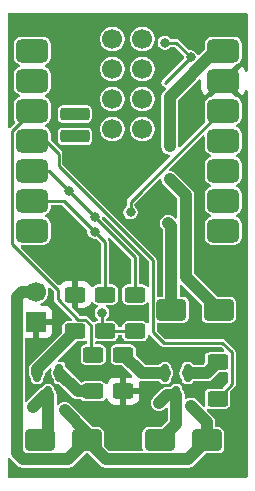
<source format=gbr>
%TF.GenerationSoftware,KiCad,Pcbnew,9.0.1*%
%TF.CreationDate,2025-05-22T11:03:56-04:00*%
%TF.ProjectId,Pneumatactors_1Xiao_PiezoPumps_2Valves,506e6575-6d61-4746-9163-746f72735f31,rev?*%
%TF.SameCoordinates,Original*%
%TF.FileFunction,Copper,L1,Top*%
%TF.FilePolarity,Positive*%
%FSLAX46Y46*%
G04 Gerber Fmt 4.6, Leading zero omitted, Abs format (unit mm)*
G04 Created by KiCad (PCBNEW 9.0.1) date 2025-05-22 11:03:56*
%MOMM*%
%LPD*%
G01*
G04 APERTURE LIST*
G04 Aperture macros list*
%AMRoundRect*
0 Rectangle with rounded corners*
0 $1 Rounding radius*
0 $2 $3 $4 $5 $6 $7 $8 $9 X,Y pos of 4 corners*
0 Add a 4 corners polygon primitive as box body*
4,1,4,$2,$3,$4,$5,$6,$7,$8,$9,$2,$3,0*
0 Add four circle primitives for the rounded corners*
1,1,$1+$1,$2,$3*
1,1,$1+$1,$4,$5*
1,1,$1+$1,$6,$7*
1,1,$1+$1,$8,$9*
0 Add four rect primitives between the rounded corners*
20,1,$1+$1,$2,$3,$4,$5,0*
20,1,$1+$1,$4,$5,$6,$7,0*
20,1,$1+$1,$6,$7,$8,$9,0*
20,1,$1+$1,$8,$9,$2,$3,0*%
G04 Aperture macros list end*
%TA.AperFunction,SMDPad,CuDef*%
%ADD10RoundRect,0.250000X-0.625000X0.400000X-0.625000X-0.400000X0.625000X-0.400000X0.625000X0.400000X0*%
%TD*%
%TA.AperFunction,SMDPad,CuDef*%
%ADD11RoundRect,0.250000X0.625000X-0.400000X0.625000X0.400000X-0.625000X0.400000X-0.625000X-0.400000X0*%
%TD*%
%TA.AperFunction,SMDPad,CuDef*%
%ADD12RoundRect,0.250000X1.000000X0.650000X-1.000000X0.650000X-1.000000X-0.650000X1.000000X-0.650000X0*%
%TD*%
%TA.AperFunction,SMDPad,CuDef*%
%ADD13RoundRect,0.150000X-0.150000X0.587500X-0.150000X-0.587500X0.150000X-0.587500X0.150000X0.587500X0*%
%TD*%
%TA.AperFunction,SMDPad,CuDef*%
%ADD14C,1.700000*%
%TD*%
%TA.AperFunction,SMDPad,CuDef*%
%ADD15RoundRect,0.275000X0.975000X0.275000X-0.975000X0.275000X-0.975000X-0.275000X0.975000X-0.275000X0*%
%TD*%
%TA.AperFunction,SMDPad,CuDef*%
%ADD16RoundRect,0.500000X-0.875000X-0.500000X0.875000X-0.500000X0.875000X0.500000X-0.875000X0.500000X0*%
%TD*%
%TA.AperFunction,ComponentPad*%
%ADD17C,1.700000*%
%TD*%
%TA.AperFunction,ComponentPad*%
%ADD18R,1.700000X1.700000*%
%TD*%
%TA.AperFunction,ViaPad*%
%ADD19C,0.800000*%
%TD*%
%TA.AperFunction,Conductor*%
%ADD20C,1.000000*%
%TD*%
%TA.AperFunction,Conductor*%
%ADD21C,0.250000*%
%TD*%
G04 APERTURE END LIST*
D10*
%TO.P,R6,2*%
%TO.N,3V3*%
X48260000Y-65050000D03*
%TO.P,R6,1*%
%TO.N,SCL*%
X48260000Y-61950000D03*
%TD*%
%TO.P,R1,2*%
%TO.N,Net-(Q1-G)*%
X47260000Y-70130000D03*
%TO.P,R1,1*%
%TO.N,V1*%
X47260000Y-67030000D03*
%TD*%
D11*
%TO.P,R2,2*%
%TO.N,Net-(Q2-G)*%
X57785000Y-67665000D03*
%TO.P,R2,1*%
%TO.N,V2*%
X57785000Y-70765000D03*
%TD*%
D12*
%TO.P,D2,2,A*%
%TO.N,Net-(D2-A)*%
X42720000Y-74295000D03*
%TO.P,D2,1,K*%
%TO.N,5V*%
X46720000Y-74295000D03*
%TD*%
D13*
%TO.P,Q1,3,D*%
%TO.N,Net-(D2-A)*%
X43450000Y-70455000D03*
%TO.P,Q1,2,S*%
%TO.N,Net-(Q1-S)*%
X42500000Y-68580000D03*
%TO.P,Q1,1,G*%
%TO.N,Net-(Q1-G)*%
X44400000Y-68580000D03*
%TD*%
D14*
%TO.P,U1,24*%
%TO.N,N/C*%
X51428636Y-47930000D03*
%TO.P,U1,23*%
X48888636Y-47930000D03*
%TO.P,U1,22*%
X51428636Y-45390000D03*
%TO.P,U1,21*%
X48888636Y-45390000D03*
%TO.P,U1,20,GND*%
%TO.N,unconnected-(U1-GND-Pad20)*%
X51428636Y-42850000D03*
%TO.P,U1,19,RESET*%
%TO.N,unconnected-(U1-RESET-Pad19)*%
X48888636Y-42850000D03*
%TO.P,U1,18,PA30_SWCLK*%
%TO.N,unconnected-(U1-PA30_SWCLK-Pad18)*%
X51428636Y-40310000D03*
%TO.P,U1,17,PA31_SWDIO*%
%TO.N,unconnected-(U1-PA31_SWDIO-Pad17)*%
X48888636Y-40310000D03*
D15*
%TO.P,U1,16,GND*%
%TO.N,unconnected-(U1-GND-Pad16)*%
X45713636Y-46655000D03*
%TO.P,U1,15,5V*%
%TO.N,unconnected-(U1-5V-Pad15)*%
X45713636Y-48560000D03*
D16*
%TO.P,U1,14,5V*%
%TO.N,Net-(D1-K)*%
X58268636Y-41322000D03*
%TO.P,U1,13,GND*%
%TO.N,GND*%
X58268636Y-43862000D03*
%TO.P,U1,12,3V3*%
%TO.N,3V3*%
X58268636Y-46402000D03*
%TO.P,U1,11,PA6_A10_D10_MOSI*%
%TO.N,P3_A*%
X58268636Y-48942000D03*
%TO.P,U1,10,PA5_A9_D9_MISO*%
%TO.N,P2_A*%
X58268636Y-51482000D03*
%TO.P,U1,9,PA7_A8_D8_SCK*%
%TO.N,P1_A*%
X58268636Y-54022000D03*
%TO.P,U1,8,PB09_A7_D7_RX*%
%TO.N,unconnected-(U1-PB09_A7_D7_RX-Pad8)*%
X58268636Y-56562000D03*
%TO.P,U1,7,PB08_A6_D6_TX*%
%TO.N,unconnected-(U1-PB08_A6_D6_TX-Pad7)*%
X42103636Y-56562000D03*
%TO.P,U1,6,PA9_A5_D5_SCL*%
%TO.N,SCL*%
X42103636Y-54022000D03*
%TO.P,U1,5,PA8_A4_D4_SDA*%
%TO.N,SDA*%
X42103636Y-51482000D03*
%TO.P,U1,4,PA11_A3_D3*%
%TO.N,V2*%
X42103636Y-48942000D03*
%TO.P,U1,3,PA10_A2_D2*%
%TO.N,V1*%
X42103636Y-46402000D03*
%TO.P,U1,2,PA4_A1_D1*%
%TO.N,unconnected-(U1-PA4_A1_D1-Pad2)*%
X42103636Y-43862000D03*
%TO.P,U1,1,PA02_A0_D0*%
%TO.N,unconnected-(U1-PA02_A0_D0-Pad1)*%
X42103636Y-41322000D03*
%TD*%
D12*
%TO.P,D1,2,A*%
%TO.N,5V*%
X53880000Y-63246000D03*
%TO.P,D1,1,K*%
%TO.N,Net-(D1-K)*%
X57880000Y-63246000D03*
%TD*%
D10*
%TO.P,R5,2*%
%TO.N,3V3*%
X50800000Y-65050000D03*
%TO.P,R5,1*%
%TO.N,SDA*%
X50800000Y-61950000D03*
%TD*%
D11*
%TO.P,R3,2*%
%TO.N,GND*%
X45720000Y-61950000D03*
%TO.P,R3,1*%
%TO.N,Net-(Q1-S)*%
X45720000Y-65050000D03*
%TD*%
D10*
%TO.P,R4,2*%
%TO.N,GND*%
X49800000Y-70130000D03*
%TO.P,R4,1*%
%TO.N,Net-(Q2-S)*%
X49800000Y-67030000D03*
%TD*%
D13*
%TO.P,Q2,3,D*%
%TO.N,Net-(D3-A)*%
X54295000Y-70467500D03*
%TO.P,Q2,2,S*%
%TO.N,Net-(Q2-S)*%
X53345000Y-68592500D03*
%TO.P,Q2,1,G*%
%TO.N,Net-(Q2-G)*%
X55245000Y-68592500D03*
%TD*%
D12*
%TO.P,D3,2,A*%
%TO.N,Net-(D3-A)*%
X52880000Y-74295000D03*
%TO.P,D3,1,K*%
%TO.N,5V*%
X56880000Y-74295000D03*
%TD*%
D17*
%TO.P,J3,2,Pin_2*%
%TO.N,5V*%
X42418000Y-61722000D03*
D18*
%TO.P,J3,1,Pin_1*%
%TO.N,GND*%
X42418000Y-64262000D03*
%TD*%
D19*
%TO.N,GND*%
X48514000Y-49530000D03*
%TO.N,SCL*%
X53340000Y-40640000D03*
%TO.N,P3_A*%
X59058289Y-48351184D03*
%TO.N,SCL*%
X55512399Y-41864966D03*
%TO.N,GND*%
X54864000Y-48514000D03*
%TO.N,5V*%
X53610500Y-55920000D03*
%TO.N,GND*%
X49403000Y-59182000D03*
%TO.N,3V3*%
X50419000Y-54991000D03*
X48006000Y-63500000D03*
%TO.N,5V*%
X55496000Y-71374000D03*
%TO.N,Net-(D1-K)*%
X53721000Y-52197000D03*
X53721000Y-49403000D03*
%TO.N,P1_A*%
X59176696Y-54022000D03*
%TO.N,GND*%
X56896000Y-58547000D03*
%TO.N,5V*%
X44831000Y-71755000D03*
%TO.N,Net-(D3-A)*%
X52832000Y-71120000D03*
%TO.N,GND*%
X55626000Y-51689000D03*
X50419000Y-50927000D03*
%TO.N,P2_A*%
X58451696Y-51694319D03*
%TO.N,SDA*%
X47369818Y-55373182D03*
X45210818Y-53214182D03*
%TO.N,SCL*%
X47371000Y-56642000D03*
%TO.N,GND*%
X51562000Y-60325000D03*
X44323000Y-63881000D03*
X44958000Y-59055000D03*
%TO.N,Net-(D2-A)*%
X42164000Y-71501000D03*
%TO.N,GND*%
X59817000Y-60452000D03*
X50165000Y-46609000D03*
X51181000Y-56261000D03*
X49530000Y-63500000D03*
X55880000Y-45720000D03*
%TD*%
D20*
%TO.N,Net-(Q2-G)*%
X56857500Y-68592500D02*
X57785000Y-67665000D01*
%TO.N,Net-(Q2-S)*%
X51362500Y-68592500D02*
X49800000Y-67030000D01*
X53345000Y-68592500D02*
X51362500Y-68592500D01*
%TO.N,Net-(Q2-G)*%
X55245000Y-68592500D02*
X56857500Y-68592500D01*
%TO.N,Net-(Q1-S)*%
X42500000Y-68270000D02*
X45720000Y-65050000D01*
D21*
%TO.N,SDA*%
X50800000Y-58803364D02*
X50800000Y-61950000D01*
X42103636Y-51482000D02*
X43478636Y-51482000D01*
%TO.N,V2*%
X52304000Y-59035000D02*
X52304000Y-65131000D01*
%TO.N,3V3*%
X50419000Y-54102000D02*
X58119000Y-46402000D01*
X58119000Y-46402000D02*
X58268636Y-46402000D01*
X48006000Y-63500000D02*
X48006000Y-64796000D01*
X48260000Y-65050000D02*
X50800000Y-65050000D01*
X48006000Y-64796000D02*
X48260000Y-65050000D01*
X50419000Y-54991000D02*
X50419000Y-54102000D01*
%TO.N,SCL*%
X47371000Y-56642000D02*
X48260000Y-57531000D01*
X48260000Y-57531000D02*
X48260000Y-61950000D01*
X44751000Y-54022000D02*
X47371000Y-56642000D01*
X42103636Y-54022000D02*
X44751000Y-54022000D01*
%TO.N,SDA*%
X47369818Y-55373182D02*
X50800000Y-58803364D01*
X43478636Y-51482000D02*
X45210818Y-53214182D01*
X45210818Y-53214182D02*
X47369818Y-55373182D01*
D20*
%TO.N,Net-(Q1-S)*%
X42500000Y-68580000D02*
X42500000Y-68270000D01*
%TO.N,Net-(Q1-G)*%
X47260000Y-70130000D02*
X45950000Y-70130000D01*
X45950000Y-70130000D02*
X44400000Y-68580000D01*
%TO.N,Net-(D1-K)*%
X55081000Y-53557000D02*
X53721000Y-52197000D01*
X53721000Y-49403000D02*
X53721000Y-45212000D01*
%TO.N,Net-(D2-A)*%
X43450000Y-73565000D02*
X42720000Y-74295000D01*
X43450000Y-70455000D02*
X43210000Y-70455000D01*
X43450000Y-70455000D02*
X43450000Y-73565000D01*
X43210000Y-70455000D02*
X42164000Y-71501000D01*
%TO.N,Net-(D1-K)*%
X57611000Y-41322000D02*
X58268636Y-41322000D01*
X55081000Y-60447000D02*
X55081000Y-53557000D01*
X57880000Y-63246000D02*
X55081000Y-60447000D01*
X53721000Y-45212000D02*
X57611000Y-41322000D01*
%TO.N,Net-(D3-A)*%
X54295000Y-70467500D02*
X53484500Y-70467500D01*
X53484500Y-70467500D02*
X52832000Y-71120000D01*
X54295000Y-70467500D02*
X54295000Y-72880000D01*
X54295000Y-72880000D02*
X52880000Y-74295000D01*
%TO.N,5V*%
X55279000Y-75896000D02*
X48321000Y-75896000D01*
X56880000Y-72758000D02*
X55496000Y-71374000D01*
X40769000Y-62168919D02*
X40769000Y-75345844D01*
X41215919Y-61722000D02*
X40769000Y-62168919D01*
X42418000Y-61722000D02*
X41215919Y-61722000D01*
X56880000Y-74295000D02*
X55279000Y-75896000D01*
X45119000Y-75896000D02*
X46720000Y-74295000D01*
X46720000Y-74295000D02*
X46720000Y-73644000D01*
D21*
%TO.N,V1*%
X47059000Y-64542486D02*
X47059000Y-66829000D01*
X45997486Y-64074000D02*
X46590514Y-64074000D01*
X44272158Y-61544158D02*
X44272158Y-62348672D01*
X46590514Y-64074000D02*
X47059000Y-64542486D01*
X42103636Y-46402000D02*
X42093224Y-46402000D01*
X40402636Y-48092588D02*
X40402636Y-57674636D01*
D20*
%TO.N,5V*%
X46720000Y-73644000D02*
X44831000Y-71755000D01*
X53880000Y-63246000D02*
X53880000Y-56189500D01*
X41319156Y-75896000D02*
X45119000Y-75896000D01*
X48321000Y-75896000D02*
X46720000Y-74295000D01*
X53880000Y-56189500D02*
X53610500Y-55920000D01*
X40769000Y-75345844D02*
X41319156Y-75896000D01*
X56880000Y-74295000D02*
X56880000Y-72758000D01*
D21*
%TO.N,V1*%
X47059000Y-66829000D02*
X47260000Y-67030000D01*
X40402636Y-57674636D02*
X44272158Y-61544158D01*
X42093224Y-46402000D02*
X40402636Y-48092588D01*
X44272158Y-62348672D02*
X45997486Y-64074000D01*
%TO.N,V2*%
X58986000Y-69564000D02*
X57785000Y-70765000D01*
X42103636Y-48942000D02*
X43227000Y-48942000D01*
X58986000Y-66823514D02*
X58986000Y-69564000D01*
X53213000Y-66040000D02*
X58202486Y-66040000D01*
X58202486Y-66040000D02*
X58986000Y-66823514D01*
X43227000Y-48942000D02*
X44323000Y-50038000D01*
X44323000Y-51054000D02*
X52304000Y-59035000D01*
X52304000Y-65131000D02*
X53213000Y-66040000D01*
X44323000Y-50038000D02*
X44323000Y-51054000D01*
%TO.N,SCL*%
X54287433Y-40640000D02*
X55512399Y-41864966D01*
X53340000Y-40640000D02*
X54287433Y-40640000D01*
X53351365Y-44026000D02*
X55512399Y-41864966D01*
%TD*%
%TA.AperFunction,Conductor*%
%TO.N,GND*%
G36*
X60267539Y-38120185D02*
G01*
X60313294Y-38172989D01*
X60324500Y-38224500D01*
X60324500Y-42969724D01*
X60304815Y-43036763D01*
X60252011Y-43082518D01*
X60182853Y-43092462D01*
X60119297Y-43063437D01*
X60081523Y-43004659D01*
X60081284Y-43003836D01*
X60077078Y-42989137D01*
X59982914Y-42808870D01*
X59854389Y-42651246D01*
X59842574Y-42641613D01*
X59842573Y-42641613D01*
X58622188Y-43861999D01*
X58622188Y-43862000D01*
X59842573Y-45082385D01*
X59842573Y-45082386D01*
X59854389Y-45072752D01*
X59982914Y-44915129D01*
X60077078Y-44734861D01*
X60081284Y-44720164D01*
X60118651Y-44661126D01*
X60182004Y-44631662D01*
X60251230Y-44641127D01*
X60304349Y-44686516D01*
X60324497Y-44753417D01*
X60324500Y-44754275D01*
X60324500Y-77345500D01*
X60304815Y-77412539D01*
X60252011Y-77458294D01*
X60200500Y-77469500D01*
X40129500Y-77469500D01*
X40062461Y-77449815D01*
X40016706Y-77397011D01*
X40005500Y-77345500D01*
X40005500Y-75871621D01*
X40025185Y-75804582D01*
X40077989Y-75758827D01*
X40147147Y-75748883D01*
X40210703Y-75777908D01*
X40221585Y-75789087D01*
X40872610Y-76440112D01*
X40987348Y-76516777D01*
X41114823Y-76569578D01*
X41114828Y-76569580D01*
X41114832Y-76569580D01*
X41114833Y-76569581D01*
X41250159Y-76596500D01*
X41250162Y-76596500D01*
X45187996Y-76596500D01*
X45279040Y-76578389D01*
X45323328Y-76569580D01*
X45387069Y-76543177D01*
X45450807Y-76516777D01*
X45450808Y-76516776D01*
X45450811Y-76516775D01*
X45565543Y-76440114D01*
X46573838Y-75431819D01*
X46600765Y-75417115D01*
X46626584Y-75400523D01*
X46632784Y-75399631D01*
X46635161Y-75398334D01*
X46661519Y-75395500D01*
X46778481Y-75395500D01*
X46845520Y-75415185D01*
X46866162Y-75431819D01*
X47874453Y-76440111D01*
X47874454Y-76440112D01*
X47989192Y-76516777D01*
X48116667Y-76569578D01*
X48116672Y-76569580D01*
X48116676Y-76569580D01*
X48116677Y-76569581D01*
X48252003Y-76596500D01*
X48252006Y-76596500D01*
X55347996Y-76596500D01*
X55439040Y-76578389D01*
X55483328Y-76569580D01*
X55547069Y-76543177D01*
X55610807Y-76516777D01*
X55610808Y-76516776D01*
X55610811Y-76516775D01*
X55725543Y-76440114D01*
X56733838Y-75431819D01*
X56795161Y-75398334D01*
X56821519Y-75395500D01*
X57934270Y-75395500D01*
X57964699Y-75392646D01*
X57964701Y-75392646D01*
X58028790Y-75370219D01*
X58092882Y-75347793D01*
X58202150Y-75267150D01*
X58282793Y-75157882D01*
X58305219Y-75093790D01*
X58327646Y-75029701D01*
X58327646Y-75029699D01*
X58330500Y-74999269D01*
X58330500Y-73590730D01*
X58327646Y-73560300D01*
X58327646Y-73560298D01*
X58282793Y-73432119D01*
X58282792Y-73432117D01*
X58282790Y-73432114D01*
X58202150Y-73322850D01*
X58092882Y-73242207D01*
X58092880Y-73242206D01*
X57964700Y-73197353D01*
X57934270Y-73194500D01*
X57934266Y-73194500D01*
X57704500Y-73194500D01*
X57637461Y-73174815D01*
X57591706Y-73122011D01*
X57580500Y-73070500D01*
X57580500Y-72689006D01*
X57577847Y-72675672D01*
X57553580Y-72553672D01*
X57547288Y-72538481D01*
X57500777Y-72426192D01*
X57424112Y-72311454D01*
X56921070Y-71808412D01*
X56887585Y-71747089D01*
X56892569Y-71677397D01*
X56934441Y-71621464D01*
X56999905Y-71597047D01*
X57049704Y-71603689D01*
X57075301Y-71612646D01*
X57081387Y-71613216D01*
X57105730Y-71615500D01*
X57105734Y-71615500D01*
X58464270Y-71615500D01*
X58494699Y-71612646D01*
X58494701Y-71612646D01*
X58572392Y-71585460D01*
X58622882Y-71567793D01*
X58732150Y-71487150D01*
X58812793Y-71377882D01*
X58837086Y-71308457D01*
X58857646Y-71249701D01*
X58857646Y-71249699D01*
X58860500Y-71219269D01*
X58860500Y-70310730D01*
X58857646Y-70280300D01*
X58857645Y-70280298D01*
X58850299Y-70259302D01*
X58846737Y-70189523D01*
X58879657Y-70130668D01*
X59246465Y-69763862D01*
X59289318Y-69689638D01*
X59311500Y-69606853D01*
X59311500Y-66780661D01*
X59289318Y-66697876D01*
X59289318Y-66697875D01*
X59246465Y-66623652D01*
X58402348Y-65779535D01*
X58365236Y-65758108D01*
X58328126Y-65736682D01*
X58286732Y-65725591D01*
X58245339Y-65714500D01*
X58245338Y-65714500D01*
X53399189Y-65714500D01*
X53332150Y-65694815D01*
X53311508Y-65678181D01*
X52665819Y-65032492D01*
X52632334Y-64971169D01*
X52629500Y-64944811D01*
X52629500Y-64460391D01*
X52649185Y-64393352D01*
X52701989Y-64347597D01*
X52771147Y-64337653D01*
X52794458Y-64343351D01*
X52795301Y-64343646D01*
X52810517Y-64345073D01*
X52825730Y-64346500D01*
X52825734Y-64346500D01*
X54934270Y-64346500D01*
X54964699Y-64343646D01*
X54964701Y-64343646D01*
X55035245Y-64318961D01*
X55092882Y-64298793D01*
X55202150Y-64218150D01*
X55282793Y-64108882D01*
X55312772Y-64023206D01*
X55327646Y-63980701D01*
X55327646Y-63980699D01*
X55330500Y-63950269D01*
X55330500Y-62541730D01*
X55327646Y-62511300D01*
X55327646Y-62511298D01*
X55285780Y-62391655D01*
X55282793Y-62383118D01*
X55202150Y-62273850D01*
X55092882Y-62193207D01*
X55092880Y-62193206D01*
X54964700Y-62148353D01*
X54934270Y-62145500D01*
X54934266Y-62145500D01*
X54704500Y-62145500D01*
X54637461Y-62125815D01*
X54591706Y-62073011D01*
X54580500Y-62021500D01*
X54580500Y-61236519D01*
X54600185Y-61169480D01*
X54652989Y-61123725D01*
X54722147Y-61113781D01*
X54785703Y-61142806D01*
X54792181Y-61148838D01*
X56393181Y-62749838D01*
X56426666Y-62811161D01*
X56429500Y-62837519D01*
X56429500Y-63950269D01*
X56432353Y-63980699D01*
X56432353Y-63980701D01*
X56477206Y-64108880D01*
X56477207Y-64108882D01*
X56557850Y-64218150D01*
X56667118Y-64298793D01*
X56709845Y-64313744D01*
X56795299Y-64343646D01*
X56825730Y-64346500D01*
X56825734Y-64346500D01*
X58934270Y-64346500D01*
X58964699Y-64343646D01*
X58964701Y-64343646D01*
X59035245Y-64318961D01*
X59092882Y-64298793D01*
X59202150Y-64218150D01*
X59282793Y-64108882D01*
X59312772Y-64023206D01*
X59327646Y-63980701D01*
X59327646Y-63980699D01*
X59330500Y-63950269D01*
X59330500Y-62541730D01*
X59327646Y-62511300D01*
X59327646Y-62511298D01*
X59285780Y-62391655D01*
X59282793Y-62383118D01*
X59202150Y-62273850D01*
X59092882Y-62193207D01*
X59092880Y-62193206D01*
X58964700Y-62148353D01*
X58934270Y-62145500D01*
X58934266Y-62145500D01*
X57821519Y-62145500D01*
X57754480Y-62125815D01*
X57733838Y-62109181D01*
X55817819Y-60193162D01*
X55784334Y-60131839D01*
X55781500Y-60105481D01*
X55781500Y-53488004D01*
X55754581Y-53352677D01*
X55754580Y-53352676D01*
X55754580Y-53352672D01*
X55749927Y-53341439D01*
X55701778Y-53225195D01*
X55701771Y-53225182D01*
X55625115Y-53110459D01*
X55601467Y-53086811D01*
X55527542Y-53012886D01*
X55190742Y-52676086D01*
X54167546Y-51652888D01*
X54167545Y-51652887D01*
X54052807Y-51576222D01*
X53925332Y-51523421D01*
X53925322Y-51523418D01*
X53789996Y-51496500D01*
X53789994Y-51496500D01*
X53784188Y-51496500D01*
X53717149Y-51476815D01*
X53671394Y-51424011D01*
X53661450Y-51354853D01*
X53690475Y-51291297D01*
X53696507Y-51284819D01*
X56481455Y-48499871D01*
X56542778Y-48466386D01*
X56612470Y-48471370D01*
X56668403Y-48513242D01*
X56692820Y-48578706D01*
X56693136Y-48587552D01*
X56693136Y-49498613D01*
X56699549Y-49569192D01*
X56699549Y-49569194D01*
X56699550Y-49569196D01*
X56750158Y-49731606D01*
X56752095Y-49734811D01*
X56838166Y-49877188D01*
X56958447Y-49997469D01*
X56958449Y-49997470D01*
X56958451Y-49997472D01*
X57104030Y-50085478D01*
X57104033Y-50085479D01*
X57104032Y-50085479D01*
X57130141Y-50093615D01*
X57188289Y-50132352D01*
X57216263Y-50196378D01*
X57205181Y-50265363D01*
X57158563Y-50317406D01*
X57130141Y-50330385D01*
X57104033Y-50338520D01*
X56958447Y-50426530D01*
X56838166Y-50546811D01*
X56750158Y-50692393D01*
X56699549Y-50854807D01*
X56694418Y-50911275D01*
X56693701Y-50919173D01*
X56693136Y-50925386D01*
X56693136Y-52038613D01*
X56699549Y-52109192D01*
X56699549Y-52109194D01*
X56699550Y-52109196D01*
X56750158Y-52271606D01*
X56828580Y-52401332D01*
X56838166Y-52417188D01*
X56958447Y-52537469D01*
X56958449Y-52537470D01*
X56958451Y-52537472D01*
X57104030Y-52625478D01*
X57104033Y-52625479D01*
X57104032Y-52625479D01*
X57130141Y-52633615D01*
X57188289Y-52672352D01*
X57216263Y-52736378D01*
X57205181Y-52805363D01*
X57158563Y-52857406D01*
X57130141Y-52870385D01*
X57104033Y-52878520D01*
X56958447Y-52966530D01*
X56838166Y-53086811D01*
X56750158Y-53232393D01*
X56699549Y-53394807D01*
X56693136Y-53465386D01*
X56693136Y-54578613D01*
X56699549Y-54649192D01*
X56699549Y-54649194D01*
X56699550Y-54649196D01*
X56738029Y-54772682D01*
X56750158Y-54811606D01*
X56838166Y-54957188D01*
X56958447Y-55077469D01*
X56958449Y-55077470D01*
X56958451Y-55077472D01*
X57104030Y-55165478D01*
X57104033Y-55165479D01*
X57104032Y-55165479D01*
X57130141Y-55173615D01*
X57188289Y-55212352D01*
X57216263Y-55276378D01*
X57205181Y-55345363D01*
X57158563Y-55397406D01*
X57130141Y-55410385D01*
X57104033Y-55418520D01*
X56958447Y-55506530D01*
X56838166Y-55626811D01*
X56750158Y-55772393D01*
X56699549Y-55934807D01*
X56693136Y-56005386D01*
X56693136Y-57118613D01*
X56699549Y-57189192D01*
X56699549Y-57189194D01*
X56699550Y-57189196D01*
X56717152Y-57245683D01*
X56750158Y-57351606D01*
X56838166Y-57497188D01*
X56958447Y-57617469D01*
X56958449Y-57617470D01*
X56958451Y-57617472D01*
X57104030Y-57705478D01*
X57266440Y-57756086D01*
X57337020Y-57762500D01*
X57337023Y-57762500D01*
X59200249Y-57762500D01*
X59200252Y-57762500D01*
X59270832Y-57756086D01*
X59433242Y-57705478D01*
X59578821Y-57617472D01*
X59699108Y-57497185D01*
X59787114Y-57351606D01*
X59837722Y-57189196D01*
X59844136Y-57118616D01*
X59844136Y-56005384D01*
X59837722Y-55934804D01*
X59787114Y-55772394D01*
X59699108Y-55626815D01*
X59699106Y-55626813D01*
X59699105Y-55626811D01*
X59578824Y-55506530D01*
X59578821Y-55506528D01*
X59433242Y-55418522D01*
X59407129Y-55410385D01*
X59348982Y-55371648D01*
X59321008Y-55307623D01*
X59332089Y-55238638D01*
X59378708Y-55186595D01*
X59407128Y-55173615D01*
X59433242Y-55165478D01*
X59578821Y-55077472D01*
X59699108Y-54957185D01*
X59787114Y-54811606D01*
X59837722Y-54649196D01*
X59844136Y-54578616D01*
X59844136Y-53465384D01*
X59837722Y-53394804D01*
X59787114Y-53232394D01*
X59699108Y-53086815D01*
X59699106Y-53086813D01*
X59699105Y-53086811D01*
X59578824Y-52966530D01*
X59578821Y-52966528D01*
X59433242Y-52878522D01*
X59407129Y-52870385D01*
X59348982Y-52831648D01*
X59321008Y-52767623D01*
X59332089Y-52698638D01*
X59378708Y-52646595D01*
X59407128Y-52633615D01*
X59433242Y-52625478D01*
X59578821Y-52537472D01*
X59699108Y-52417185D01*
X59787114Y-52271606D01*
X59837722Y-52109196D01*
X59844136Y-52038616D01*
X59844136Y-50925384D01*
X59837722Y-50854804D01*
X59787114Y-50692394D01*
X59699108Y-50546815D01*
X59699106Y-50546813D01*
X59699105Y-50546811D01*
X59578824Y-50426530D01*
X59578821Y-50426528D01*
X59433242Y-50338522D01*
X59407129Y-50330385D01*
X59348982Y-50291648D01*
X59321008Y-50227623D01*
X59332089Y-50158638D01*
X59378708Y-50106595D01*
X59407128Y-50093615D01*
X59433242Y-50085478D01*
X59578821Y-49997472D01*
X59699108Y-49877185D01*
X59787114Y-49731606D01*
X59837722Y-49569196D01*
X59844136Y-49498616D01*
X59844136Y-48385384D01*
X59837722Y-48314804D01*
X59787114Y-48152394D01*
X59699108Y-48006815D01*
X59699106Y-48006813D01*
X59699105Y-48006811D01*
X59578824Y-47886530D01*
X59578821Y-47886528D01*
X59433242Y-47798522D01*
X59407129Y-47790385D01*
X59348982Y-47751648D01*
X59321008Y-47687623D01*
X59332089Y-47618638D01*
X59378708Y-47566595D01*
X59407128Y-47553615D01*
X59433242Y-47545478D01*
X59578821Y-47457472D01*
X59699108Y-47337185D01*
X59787114Y-47191606D01*
X59837722Y-47029196D01*
X59844136Y-46958616D01*
X59844136Y-45845384D01*
X59837722Y-45774804D01*
X59787114Y-45612394D01*
X59699108Y-45466815D01*
X59699106Y-45466813D01*
X59699105Y-45466811D01*
X59578824Y-45346530D01*
X59433242Y-45258522D01*
X59365477Y-45237406D01*
X59285724Y-45212554D01*
X59234934Y-45181850D01*
X58268636Y-44215552D01*
X57302336Y-45181850D01*
X57251545Y-45212554D01*
X57104033Y-45258520D01*
X56958447Y-45346530D01*
X56838166Y-45466811D01*
X56750158Y-45612393D01*
X56699549Y-45774807D01*
X56693136Y-45845386D01*
X56693136Y-46958613D01*
X56699549Y-47029192D01*
X56699549Y-47029194D01*
X56699550Y-47029196D01*
X56724854Y-47110401D01*
X56750159Y-47191610D01*
X56751935Y-47195554D01*
X56752370Y-47198704D01*
X56752390Y-47198767D01*
X56752379Y-47198770D01*
X56761501Y-47264765D01*
X56732129Y-47328162D01*
X56726542Y-47334129D01*
X54633181Y-49427491D01*
X54571858Y-49460976D01*
X54502166Y-49455992D01*
X54446233Y-49414120D01*
X54421816Y-49348656D01*
X54421500Y-49339810D01*
X54421500Y-45553519D01*
X54441185Y-45486480D01*
X54457819Y-45465838D01*
X56181955Y-43741702D01*
X56243278Y-43708217D01*
X56312970Y-43713201D01*
X56368903Y-43755073D01*
X56393320Y-43820537D01*
X56393636Y-43829383D01*
X56393636Y-44420000D01*
X56404244Y-44539325D01*
X56404245Y-44539328D01*
X56460193Y-44734861D01*
X56554357Y-44915129D01*
X56682880Y-45072750D01*
X56694697Y-45082385D01*
X56694698Y-45082385D01*
X58091860Y-43685224D01*
X59234932Y-42542150D01*
X59285720Y-42511446D01*
X59433242Y-42465478D01*
X59578821Y-42377472D01*
X59699108Y-42257185D01*
X59787114Y-42111606D01*
X59837722Y-41949196D01*
X59844136Y-41878616D01*
X59844136Y-40765384D01*
X59837722Y-40694804D01*
X59787114Y-40532394D01*
X59699108Y-40386815D01*
X59699106Y-40386813D01*
X59699105Y-40386811D01*
X59578824Y-40266530D01*
X59433242Y-40178522D01*
X59372117Y-40159475D01*
X59270832Y-40127914D01*
X59270830Y-40127913D01*
X59270828Y-40127913D01*
X59221414Y-40123423D01*
X59200252Y-40121500D01*
X57337020Y-40121500D01*
X57317781Y-40123248D01*
X57266443Y-40127913D01*
X57104029Y-40178522D01*
X56958447Y-40266530D01*
X56838166Y-40386811D01*
X56750158Y-40532393D01*
X56699549Y-40694807D01*
X56693136Y-40765386D01*
X56693136Y-41197845D01*
X56673451Y-41264884D01*
X56656817Y-41285526D01*
X56272669Y-41669673D01*
X56211346Y-41703158D01*
X56141654Y-41698174D01*
X56085721Y-41656302D01*
X56076435Y-41639991D01*
X56076040Y-41640220D01*
X55992923Y-41496256D01*
X55992917Y-41496248D01*
X55881116Y-41384447D01*
X55881108Y-41384441D01*
X55744189Y-41305392D01*
X55744185Y-41305390D01*
X55744183Y-41305389D01*
X55591456Y-41264466D01*
X55433342Y-41264466D01*
X55425215Y-41264466D01*
X55425215Y-41261300D01*
X55370892Y-41252812D01*
X55336095Y-41228336D01*
X54915357Y-40807598D01*
X54487295Y-40379535D01*
X54450183Y-40358108D01*
X54413073Y-40336682D01*
X54371679Y-40325591D01*
X54330286Y-40314500D01*
X54330285Y-40314500D01*
X53914830Y-40314500D01*
X53847791Y-40294815D01*
X53827320Y-40275977D01*
X53826267Y-40277031D01*
X53708717Y-40159481D01*
X53708709Y-40159475D01*
X53571790Y-40080426D01*
X53571786Y-40080424D01*
X53571784Y-40080423D01*
X53419057Y-40039500D01*
X53260943Y-40039500D01*
X53108216Y-40080423D01*
X53108209Y-40080426D01*
X52971290Y-40159475D01*
X52971282Y-40159481D01*
X52859481Y-40271282D01*
X52859475Y-40271290D01*
X52780426Y-40408209D01*
X52780423Y-40408216D01*
X52739500Y-40560943D01*
X52739500Y-40719057D01*
X52763225Y-40807598D01*
X52780423Y-40871783D01*
X52780426Y-40871790D01*
X52859475Y-41008709D01*
X52859479Y-41008714D01*
X52859480Y-41008716D01*
X52971284Y-41120520D01*
X52971286Y-41120521D01*
X52971290Y-41120524D01*
X53105216Y-41197845D01*
X53108216Y-41199577D01*
X53260943Y-41240500D01*
X53260945Y-41240500D01*
X53419055Y-41240500D01*
X53419057Y-41240500D01*
X53571784Y-41199577D01*
X53708716Y-41120520D01*
X53820520Y-41008716D01*
X53820520Y-41008715D01*
X53826267Y-41002969D01*
X53827495Y-41004197D01*
X53847524Y-40991325D01*
X53872855Y-40972821D01*
X53877609Y-40971991D01*
X53879895Y-40970523D01*
X53914830Y-40965500D01*
X54101244Y-40965500D01*
X54168283Y-40985185D01*
X54188925Y-41001819D01*
X54875769Y-41688662D01*
X54909254Y-41749985D01*
X54910417Y-41777782D01*
X54911899Y-41777782D01*
X54911899Y-41952150D01*
X54908730Y-41952150D01*
X54900255Y-42006451D01*
X54875769Y-42041268D01*
X53090902Y-43826135D01*
X53090900Y-43826138D01*
X53048047Y-43900359D01*
X53025865Y-43983147D01*
X53025865Y-44068852D01*
X53048047Y-44151640D01*
X53069473Y-44188750D01*
X53090900Y-44225862D01*
X53151503Y-44286465D01*
X53225726Y-44329318D01*
X53308512Y-44351500D01*
X53308526Y-44351500D01*
X53308690Y-44351522D01*
X53308835Y-44351586D01*
X53316362Y-44353603D01*
X53316047Y-44354776D01*
X53372589Y-44379783D01*
X53411066Y-44438104D01*
X53411903Y-44507969D01*
X53380197Y-44562144D01*
X53176887Y-44765454D01*
X53100222Y-44880192D01*
X53047421Y-45007667D01*
X53047418Y-45007677D01*
X53020500Y-45143004D01*
X53020500Y-45143007D01*
X53020500Y-49471993D01*
X53020500Y-49471995D01*
X53020499Y-49471995D01*
X53047418Y-49607322D01*
X53047421Y-49607332D01*
X53100221Y-49734804D01*
X53100228Y-49734817D01*
X53176885Y-49849541D01*
X53176888Y-49849545D01*
X53274454Y-49947111D01*
X53274458Y-49947114D01*
X53389182Y-50023771D01*
X53389195Y-50023778D01*
X53516667Y-50076578D01*
X53516672Y-50076580D01*
X53516676Y-50076580D01*
X53516677Y-50076581D01*
X53652004Y-50103500D01*
X53657810Y-50103500D01*
X53724849Y-50123185D01*
X53770604Y-50175989D01*
X53780548Y-50245147D01*
X53751523Y-50308703D01*
X53745491Y-50315181D01*
X50158537Y-53902135D01*
X50158533Y-53902141D01*
X50115681Y-53976361D01*
X50115682Y-53976362D01*
X50093500Y-54059147D01*
X50093500Y-54416169D01*
X50073815Y-54483208D01*
X50054982Y-54503684D01*
X50056031Y-54504733D01*
X49938481Y-54622282D01*
X49938475Y-54622290D01*
X49859426Y-54759209D01*
X49859423Y-54759216D01*
X49818500Y-54911943D01*
X49818500Y-55070057D01*
X49857629Y-55216086D01*
X49859423Y-55222783D01*
X49859426Y-55222790D01*
X49938475Y-55359709D01*
X49938479Y-55359714D01*
X49938480Y-55359716D01*
X50050284Y-55471520D01*
X50050286Y-55471521D01*
X50050290Y-55471524D01*
X50138962Y-55522718D01*
X50187216Y-55550577D01*
X50339943Y-55591500D01*
X50339945Y-55591500D01*
X50498055Y-55591500D01*
X50498057Y-55591500D01*
X50650784Y-55550577D01*
X50787716Y-55471520D01*
X50899520Y-55359716D01*
X50978577Y-55222784D01*
X51019500Y-55070057D01*
X51019500Y-54911943D01*
X50978577Y-54759216D01*
X50915058Y-54649196D01*
X50899524Y-54622290D01*
X50899518Y-54622282D01*
X50781969Y-54504733D01*
X50783198Y-54503503D01*
X50770309Y-54483448D01*
X50751798Y-54458080D01*
X50750977Y-54453366D01*
X50749523Y-54451104D01*
X50744500Y-54416169D01*
X50744500Y-54288188D01*
X50764185Y-54221149D01*
X50780814Y-54200512D01*
X52808819Y-52172506D01*
X52870142Y-52139022D01*
X52939834Y-52144006D01*
X52995767Y-52185878D01*
X53020184Y-52251342D01*
X53020500Y-52260188D01*
X53020500Y-52265994D01*
X53020500Y-52265996D01*
X53020499Y-52265996D01*
X53047418Y-52401322D01*
X53047421Y-52401332D01*
X53100222Y-52528807D01*
X53176887Y-52643545D01*
X53176888Y-52643546D01*
X54344181Y-53810837D01*
X54377666Y-53872160D01*
X54380500Y-53898518D01*
X54380500Y-55399980D01*
X54360815Y-55467019D01*
X54308011Y-55512774D01*
X54238853Y-55522718D01*
X54175297Y-55493693D01*
X54168819Y-55487661D01*
X54057045Y-55375887D01*
X53942307Y-55299222D01*
X53814832Y-55246421D01*
X53814822Y-55246418D01*
X53679496Y-55219500D01*
X53679494Y-55219500D01*
X53541506Y-55219500D01*
X53541504Y-55219500D01*
X53406177Y-55246418D01*
X53406167Y-55246421D01*
X53278692Y-55299222D01*
X53163954Y-55375887D01*
X53066387Y-55473454D01*
X52989722Y-55588192D01*
X52936921Y-55715667D01*
X52936918Y-55715677D01*
X52910000Y-55851003D01*
X52910000Y-55851006D01*
X52910000Y-55988994D01*
X52910000Y-55988996D01*
X52909999Y-55988996D01*
X52936918Y-56124322D01*
X52936921Y-56124332D01*
X52989722Y-56251807D01*
X52989725Y-56251811D01*
X53066386Y-56366543D01*
X53143182Y-56443339D01*
X53176666Y-56504660D01*
X53179500Y-56531019D01*
X53179500Y-62021500D01*
X53159815Y-62088539D01*
X53107011Y-62134294D01*
X53055500Y-62145500D01*
X52825730Y-62145500D01*
X52795300Y-62148353D01*
X52795299Y-62148353D01*
X52794453Y-62148650D01*
X52793787Y-62148683D01*
X52787927Y-62149964D01*
X52787715Y-62148993D01*
X52724674Y-62152211D01*
X52664047Y-62117481D01*
X52631821Y-62055487D01*
X52629500Y-62031608D01*
X52629500Y-58992149D01*
X52629500Y-58992147D01*
X52607318Y-58909362D01*
X52602994Y-58901872D01*
X52564469Y-58835144D01*
X52564463Y-58835136D01*
X44684819Y-50955492D01*
X44651334Y-50894169D01*
X44648500Y-50867811D01*
X44648500Y-49995149D01*
X44648500Y-49995147D01*
X44626318Y-49912362D01*
X44626318Y-49912361D01*
X44583465Y-49838138D01*
X43715455Y-48970128D01*
X43681970Y-48908805D01*
X43679136Y-48882447D01*
X43679136Y-48385386D01*
X43679136Y-48385384D01*
X43672722Y-48314804D01*
X43649256Y-48239498D01*
X44263136Y-48239498D01*
X44263136Y-48880481D01*
X44263137Y-48880490D01*
X44269223Y-48937114D01*
X44285406Y-48980500D01*
X44317008Y-49065226D01*
X44398949Y-49174687D01*
X44508410Y-49256628D01*
X44636522Y-49304412D01*
X44693151Y-49310500D01*
X46734120Y-49310499D01*
X46790750Y-49304412D01*
X46918862Y-49256628D01*
X47028323Y-49174687D01*
X47110264Y-49065226D01*
X47158048Y-48937114D01*
X47160323Y-48915944D01*
X47164135Y-48880501D01*
X47164135Y-48880490D01*
X47164136Y-48880485D01*
X47164135Y-48239516D01*
X47158048Y-48182886D01*
X47110264Y-48054774D01*
X47028323Y-47945313D01*
X46958075Y-47892726D01*
X46918866Y-47863374D01*
X46918863Y-47863373D01*
X46918862Y-47863372D01*
X46820086Y-47826530D01*
X47838136Y-47826530D01*
X47838136Y-48033469D01*
X47878504Y-48236412D01*
X47878506Y-48236420D01*
X47957694Y-48427596D01*
X48072660Y-48599657D01*
X48218978Y-48745975D01*
X48218981Y-48745977D01*
X48391038Y-48860941D01*
X48582216Y-48940130D01*
X48785166Y-48980499D01*
X48785170Y-48980500D01*
X48785171Y-48980500D01*
X48992102Y-48980500D01*
X48992103Y-48980499D01*
X49195056Y-48940130D01*
X49386234Y-48860941D01*
X49558291Y-48745977D01*
X49704613Y-48599655D01*
X49819577Y-48427598D01*
X49898766Y-48236420D01*
X49939136Y-48033465D01*
X49939136Y-47826535D01*
X49939135Y-47826530D01*
X50378136Y-47826530D01*
X50378136Y-48033469D01*
X50418504Y-48236412D01*
X50418506Y-48236420D01*
X50497694Y-48427596D01*
X50612660Y-48599657D01*
X50758978Y-48745975D01*
X50758981Y-48745977D01*
X50931038Y-48860941D01*
X51122216Y-48940130D01*
X51325166Y-48980499D01*
X51325170Y-48980500D01*
X51325171Y-48980500D01*
X51532102Y-48980500D01*
X51532103Y-48980499D01*
X51735056Y-48940130D01*
X51926234Y-48860941D01*
X52098291Y-48745977D01*
X52244613Y-48599655D01*
X52359577Y-48427598D01*
X52438766Y-48236420D01*
X52479136Y-48033465D01*
X52479136Y-47826535D01*
X52438766Y-47623580D01*
X52359577Y-47432402D01*
X52244613Y-47260345D01*
X52244611Y-47260342D01*
X52098293Y-47114024D01*
X52012262Y-47056541D01*
X51926234Y-46999059D01*
X51869360Y-46975501D01*
X51735056Y-46919870D01*
X51735048Y-46919868D01*
X51532105Y-46879500D01*
X51532101Y-46879500D01*
X51325171Y-46879500D01*
X51325166Y-46879500D01*
X51122223Y-46919868D01*
X51122215Y-46919870D01*
X50931039Y-46999058D01*
X50758978Y-47114024D01*
X50612660Y-47260342D01*
X50497694Y-47432403D01*
X50418506Y-47623579D01*
X50418504Y-47623587D01*
X50378136Y-47826530D01*
X49939135Y-47826530D01*
X49898766Y-47623580D01*
X49819577Y-47432402D01*
X49704613Y-47260345D01*
X49704611Y-47260342D01*
X49558293Y-47114024D01*
X49472262Y-47056541D01*
X49386234Y-46999059D01*
X49329360Y-46975501D01*
X49195056Y-46919870D01*
X49195048Y-46919868D01*
X48992105Y-46879500D01*
X48992101Y-46879500D01*
X48785171Y-46879500D01*
X48785166Y-46879500D01*
X48582223Y-46919868D01*
X48582215Y-46919870D01*
X48391039Y-46999058D01*
X48218978Y-47114024D01*
X48072660Y-47260342D01*
X47957694Y-47432403D01*
X47878506Y-47623579D01*
X47878504Y-47623587D01*
X47838136Y-47826530D01*
X46820086Y-47826530D01*
X46790750Y-47815588D01*
X46790748Y-47815587D01*
X46790746Y-47815587D01*
X46734129Y-47809500D01*
X44693154Y-47809500D01*
X44693145Y-47809501D01*
X44636521Y-47815587D01*
X44508409Y-47863372D01*
X44398949Y-47945313D01*
X44317009Y-48054771D01*
X44317008Y-48054774D01*
X44280598Y-48152393D01*
X44269223Y-48182889D01*
X44263136Y-48239498D01*
X43649256Y-48239498D01*
X43622114Y-48152394D01*
X43534108Y-48006815D01*
X43534106Y-48006813D01*
X43534105Y-48006811D01*
X43413824Y-47886530D01*
X43413821Y-47886528D01*
X43268242Y-47798522D01*
X43242129Y-47790385D01*
X43183982Y-47751648D01*
X43156008Y-47687623D01*
X43167089Y-47618638D01*
X43213708Y-47566595D01*
X43242128Y-47553615D01*
X43268242Y-47545478D01*
X43413821Y-47457472D01*
X43534108Y-47337185D01*
X43622114Y-47191606D01*
X43672722Y-47029196D01*
X43679136Y-46958616D01*
X43679136Y-46334498D01*
X44263136Y-46334498D01*
X44263136Y-46975481D01*
X44263137Y-46975490D01*
X44269223Y-47032114D01*
X44299775Y-47114023D01*
X44317008Y-47160226D01*
X44398949Y-47269687D01*
X44477063Y-47328162D01*
X44505512Y-47349459D01*
X44508410Y-47351628D01*
X44636522Y-47399412D01*
X44693151Y-47405500D01*
X46734120Y-47405499D01*
X46790750Y-47399412D01*
X46918862Y-47351628D01*
X47028323Y-47269687D01*
X47110264Y-47160226D01*
X47158048Y-47032114D01*
X47161602Y-46999058D01*
X47164135Y-46975501D01*
X47164135Y-46975490D01*
X47164136Y-46975485D01*
X47164135Y-46334516D01*
X47158048Y-46277886D01*
X47110264Y-46149774D01*
X47028323Y-46040313D01*
X46962547Y-45991074D01*
X46918864Y-45958373D01*
X46918862Y-45958372D01*
X46790750Y-45910588D01*
X46790748Y-45910587D01*
X46790746Y-45910587D01*
X46734129Y-45904500D01*
X44693154Y-45904500D01*
X44693145Y-45904501D01*
X44636521Y-45910587D01*
X44508409Y-45958372D01*
X44398949Y-46040313D01*
X44317009Y-46149771D01*
X44269223Y-46277889D01*
X44263136Y-46334498D01*
X43679136Y-46334498D01*
X43679136Y-45845384D01*
X43672722Y-45774804D01*
X43622114Y-45612394D01*
X43534108Y-45466815D01*
X43534106Y-45466813D01*
X43534105Y-45466811D01*
X43413824Y-45346530D01*
X43413821Y-45346528D01*
X43314573Y-45286530D01*
X47838136Y-45286530D01*
X47838136Y-45493469D01*
X47850081Y-45553519D01*
X47878506Y-45696420D01*
X47957695Y-45887598D01*
X48004984Y-45958372D01*
X48072660Y-46059657D01*
X48218978Y-46205975D01*
X48218981Y-46205977D01*
X48391038Y-46320941D01*
X48582216Y-46400130D01*
X48785166Y-46440499D01*
X48785170Y-46440500D01*
X48785171Y-46440500D01*
X48992102Y-46440500D01*
X48992103Y-46440499D01*
X49195056Y-46400130D01*
X49386234Y-46320941D01*
X49558291Y-46205977D01*
X49704613Y-46059655D01*
X49819577Y-45887598D01*
X49898766Y-45696420D01*
X49939136Y-45493465D01*
X49939136Y-45286535D01*
X49939135Y-45286530D01*
X50378136Y-45286530D01*
X50378136Y-45493469D01*
X50390081Y-45553519D01*
X50418506Y-45696420D01*
X50497695Y-45887598D01*
X50544984Y-45958372D01*
X50612660Y-46059657D01*
X50758978Y-46205975D01*
X50758981Y-46205977D01*
X50931038Y-46320941D01*
X51122216Y-46400130D01*
X51325166Y-46440499D01*
X51325170Y-46440500D01*
X51325171Y-46440500D01*
X51532102Y-46440500D01*
X51532103Y-46440499D01*
X51735056Y-46400130D01*
X51926234Y-46320941D01*
X52098291Y-46205977D01*
X52244613Y-46059655D01*
X52359577Y-45887598D01*
X52438766Y-45696420D01*
X52479136Y-45493465D01*
X52479136Y-45286535D01*
X52438766Y-45083580D01*
X52359577Y-44892402D01*
X52244613Y-44720345D01*
X52244611Y-44720342D01*
X52098293Y-44574024D01*
X52012262Y-44516541D01*
X51926234Y-44459059D01*
X51875644Y-44438104D01*
X51735056Y-44379870D01*
X51735048Y-44379868D01*
X51532105Y-44339500D01*
X51532101Y-44339500D01*
X51325171Y-44339500D01*
X51325166Y-44339500D01*
X51122223Y-44379868D01*
X51122215Y-44379870D01*
X50931039Y-44459058D01*
X50758978Y-44574024D01*
X50612660Y-44720342D01*
X50497694Y-44892403D01*
X50418506Y-45083579D01*
X50418504Y-45083587D01*
X50378136Y-45286530D01*
X49939135Y-45286530D01*
X49898766Y-45083580D01*
X49819577Y-44892402D01*
X49704613Y-44720345D01*
X49704611Y-44720342D01*
X49558293Y-44574024D01*
X49472262Y-44516541D01*
X49386234Y-44459059D01*
X49335644Y-44438104D01*
X49195056Y-44379870D01*
X49195048Y-44379868D01*
X48992105Y-44339500D01*
X48992101Y-44339500D01*
X48785171Y-44339500D01*
X48785166Y-44339500D01*
X48582223Y-44379868D01*
X48582215Y-44379870D01*
X48391039Y-44459058D01*
X48218978Y-44574024D01*
X48072660Y-44720342D01*
X47957694Y-44892403D01*
X47878506Y-45083579D01*
X47878504Y-45083587D01*
X47838136Y-45286530D01*
X43314573Y-45286530D01*
X43268242Y-45258522D01*
X43242129Y-45250385D01*
X43183982Y-45211648D01*
X43156008Y-45147623D01*
X43167089Y-45078638D01*
X43213708Y-45026595D01*
X43242128Y-45013615D01*
X43268242Y-45005478D01*
X43413821Y-44917472D01*
X43534108Y-44797185D01*
X43622114Y-44651606D01*
X43672722Y-44489196D01*
X43679136Y-44418616D01*
X43679136Y-43305384D01*
X43672722Y-43234804D01*
X43622114Y-43072394D01*
X43534108Y-42926815D01*
X43534106Y-42926813D01*
X43534105Y-42926811D01*
X43413824Y-42806530D01*
X43413821Y-42806528D01*
X43314573Y-42746530D01*
X47838136Y-42746530D01*
X47838136Y-42953469D01*
X47878504Y-43156412D01*
X47878506Y-43156420D01*
X47957694Y-43347596D01*
X48072660Y-43519657D01*
X48218978Y-43665975D01*
X48218981Y-43665977D01*
X48391038Y-43780941D01*
X48582216Y-43860130D01*
X48784462Y-43900359D01*
X48785166Y-43900499D01*
X48785170Y-43900500D01*
X48785171Y-43900500D01*
X48992102Y-43900500D01*
X48992103Y-43900499D01*
X49195056Y-43860130D01*
X49386234Y-43780941D01*
X49558291Y-43665977D01*
X49704613Y-43519655D01*
X49819577Y-43347598D01*
X49898766Y-43156420D01*
X49939136Y-42953465D01*
X49939136Y-42746535D01*
X49939135Y-42746530D01*
X50378136Y-42746530D01*
X50378136Y-42953469D01*
X50418504Y-43156412D01*
X50418506Y-43156420D01*
X50497694Y-43347596D01*
X50612660Y-43519657D01*
X50758978Y-43665975D01*
X50758981Y-43665977D01*
X50931038Y-43780941D01*
X51122216Y-43860130D01*
X51324462Y-43900359D01*
X51325166Y-43900499D01*
X51325170Y-43900500D01*
X51325171Y-43900500D01*
X51532102Y-43900500D01*
X51532103Y-43900499D01*
X51735056Y-43860130D01*
X51926234Y-43780941D01*
X52098291Y-43665977D01*
X52244613Y-43519655D01*
X52359577Y-43347598D01*
X52438766Y-43156420D01*
X52479136Y-42953465D01*
X52479136Y-42746535D01*
X52438766Y-42543580D01*
X52359577Y-42352402D01*
X52244613Y-42180345D01*
X52244611Y-42180342D01*
X52098293Y-42034024D01*
X52012262Y-41976541D01*
X51926234Y-41919059D01*
X51828589Y-41878613D01*
X51735056Y-41839870D01*
X51735048Y-41839868D01*
X51532105Y-41799500D01*
X51532101Y-41799500D01*
X51325171Y-41799500D01*
X51325166Y-41799500D01*
X51122223Y-41839868D01*
X51122215Y-41839870D01*
X50931039Y-41919058D01*
X50758978Y-42034024D01*
X50612660Y-42180342D01*
X50497694Y-42352403D01*
X50418506Y-42543579D01*
X50418504Y-42543587D01*
X50378136Y-42746530D01*
X49939135Y-42746530D01*
X49898766Y-42543580D01*
X49819577Y-42352402D01*
X49704613Y-42180345D01*
X49704611Y-42180342D01*
X49558293Y-42034024D01*
X49472262Y-41976541D01*
X49386234Y-41919059D01*
X49288589Y-41878613D01*
X49195056Y-41839870D01*
X49195048Y-41839868D01*
X48992105Y-41799500D01*
X48992101Y-41799500D01*
X48785171Y-41799500D01*
X48785166Y-41799500D01*
X48582223Y-41839868D01*
X48582215Y-41839870D01*
X48391039Y-41919058D01*
X48218978Y-42034024D01*
X48072660Y-42180342D01*
X47957694Y-42352403D01*
X47878506Y-42543579D01*
X47878504Y-42543587D01*
X47838136Y-42746530D01*
X43314573Y-42746530D01*
X43268242Y-42718522D01*
X43242129Y-42710385D01*
X43183982Y-42671648D01*
X43156008Y-42607623D01*
X43167089Y-42538638D01*
X43213708Y-42486595D01*
X43242128Y-42473615D01*
X43268242Y-42465478D01*
X43413821Y-42377472D01*
X43534108Y-42257185D01*
X43622114Y-42111606D01*
X43672722Y-41949196D01*
X43679136Y-41878616D01*
X43679136Y-40765384D01*
X43672722Y-40694804D01*
X43622114Y-40532394D01*
X43534108Y-40386815D01*
X43534106Y-40386813D01*
X43534105Y-40386811D01*
X43413824Y-40266530D01*
X43314573Y-40206530D01*
X47838136Y-40206530D01*
X47838136Y-40413469D01*
X47878504Y-40616412D01*
X47878506Y-40616420D01*
X47957695Y-40807598D01*
X48015177Y-40893626D01*
X48072660Y-40979657D01*
X48218978Y-41125975D01*
X48218981Y-41125977D01*
X48391038Y-41240941D01*
X48582216Y-41320130D01*
X48785166Y-41360499D01*
X48785170Y-41360500D01*
X48785171Y-41360500D01*
X48992102Y-41360500D01*
X48992103Y-41360499D01*
X49195056Y-41320130D01*
X49386234Y-41240941D01*
X49558291Y-41125977D01*
X49704613Y-40979655D01*
X49819577Y-40807598D01*
X49898766Y-40616420D01*
X49939136Y-40413465D01*
X49939136Y-40206535D01*
X49939135Y-40206530D01*
X50378136Y-40206530D01*
X50378136Y-40413469D01*
X50418504Y-40616412D01*
X50418506Y-40616420D01*
X50497695Y-40807598D01*
X50555177Y-40893626D01*
X50612660Y-40979657D01*
X50758978Y-41125975D01*
X50758981Y-41125977D01*
X50931038Y-41240941D01*
X51122216Y-41320130D01*
X51325166Y-41360499D01*
X51325170Y-41360500D01*
X51325171Y-41360500D01*
X51532102Y-41360500D01*
X51532103Y-41360499D01*
X51735056Y-41320130D01*
X51926234Y-41240941D01*
X52098291Y-41125977D01*
X52244613Y-40979655D01*
X52359577Y-40807598D01*
X52438766Y-40616420D01*
X52479136Y-40413465D01*
X52479136Y-40206535D01*
X52438766Y-40003580D01*
X52359577Y-39812402D01*
X52244613Y-39640345D01*
X52244611Y-39640342D01*
X52098293Y-39494024D01*
X52012262Y-39436541D01*
X51926234Y-39379059D01*
X51735056Y-39299870D01*
X51735048Y-39299868D01*
X51532105Y-39259500D01*
X51532101Y-39259500D01*
X51325171Y-39259500D01*
X51325166Y-39259500D01*
X51122223Y-39299868D01*
X51122215Y-39299870D01*
X50931039Y-39379058D01*
X50758978Y-39494024D01*
X50612660Y-39640342D01*
X50497694Y-39812403D01*
X50418506Y-40003579D01*
X50418504Y-40003587D01*
X50378136Y-40206530D01*
X49939135Y-40206530D01*
X49898766Y-40003580D01*
X49819577Y-39812402D01*
X49704613Y-39640345D01*
X49704611Y-39640342D01*
X49558293Y-39494024D01*
X49472262Y-39436541D01*
X49386234Y-39379059D01*
X49195056Y-39299870D01*
X49195048Y-39299868D01*
X48992105Y-39259500D01*
X48992101Y-39259500D01*
X48785171Y-39259500D01*
X48785166Y-39259500D01*
X48582223Y-39299868D01*
X48582215Y-39299870D01*
X48391039Y-39379058D01*
X48218978Y-39494024D01*
X48072660Y-39640342D01*
X47957694Y-39812403D01*
X47878506Y-40003579D01*
X47878504Y-40003587D01*
X47838136Y-40206530D01*
X43314573Y-40206530D01*
X43268242Y-40178522D01*
X43207117Y-40159475D01*
X43105832Y-40127914D01*
X43105830Y-40127913D01*
X43105828Y-40127913D01*
X43056414Y-40123423D01*
X43035252Y-40121500D01*
X41172020Y-40121500D01*
X41152781Y-40123248D01*
X41101443Y-40127913D01*
X40939029Y-40178522D01*
X40793447Y-40266530D01*
X40673166Y-40386811D01*
X40585158Y-40532393D01*
X40534549Y-40694807D01*
X40528136Y-40765386D01*
X40528136Y-41878613D01*
X40534549Y-41949192D01*
X40534549Y-41949194D01*
X40534550Y-41949196D01*
X40547958Y-41992224D01*
X40585158Y-42111606D01*
X40673166Y-42257188D01*
X40793447Y-42377469D01*
X40793449Y-42377470D01*
X40793451Y-42377472D01*
X40939030Y-42465478D01*
X40939033Y-42465479D01*
X40939032Y-42465479D01*
X40965141Y-42473615D01*
X41023289Y-42512352D01*
X41051263Y-42576378D01*
X41040181Y-42645363D01*
X40993563Y-42697406D01*
X40965141Y-42710385D01*
X40939033Y-42718520D01*
X40793447Y-42806530D01*
X40673166Y-42926811D01*
X40585158Y-43072393D01*
X40534549Y-43234807D01*
X40528136Y-43305386D01*
X40528136Y-44418613D01*
X40534549Y-44489192D01*
X40534549Y-44489194D01*
X40534550Y-44489196D01*
X40557281Y-44562144D01*
X40585158Y-44651606D01*
X40673166Y-44797188D01*
X40793447Y-44917469D01*
X40793449Y-44917470D01*
X40793451Y-44917472D01*
X40939030Y-45005478D01*
X40939033Y-45005479D01*
X40939032Y-45005479D01*
X40965141Y-45013615D01*
X41023289Y-45052352D01*
X41051263Y-45116378D01*
X41040181Y-45185363D01*
X40993563Y-45237406D01*
X40965141Y-45250385D01*
X40939033Y-45258520D01*
X40793447Y-45346530D01*
X40673166Y-45466811D01*
X40585158Y-45612393D01*
X40534549Y-45774807D01*
X40528136Y-45845386D01*
X40528136Y-46958613D01*
X40534549Y-47029192D01*
X40534549Y-47029194D01*
X40534550Y-47029196D01*
X40575380Y-47160228D01*
X40585159Y-47191608D01*
X40632154Y-47269348D01*
X40649990Y-47336902D01*
X40628472Y-47403376D01*
X40613718Y-47421178D01*
X40217181Y-47817716D01*
X40155858Y-47851201D01*
X40086167Y-47846217D01*
X40030233Y-47804346D01*
X40005816Y-47738881D01*
X40005500Y-47730035D01*
X40005500Y-38224500D01*
X40025185Y-38157461D01*
X40077989Y-38111706D01*
X40129500Y-38100500D01*
X60200500Y-38100500D01*
X60267539Y-38120185D01*
G37*
%TD.AperFunction*%
%TA.AperFunction,Conductor*%
G36*
X43627507Y-61366082D02*
G01*
X43653828Y-61386155D01*
X43910339Y-61642666D01*
X43943824Y-61703989D01*
X43946658Y-61730347D01*
X43946658Y-62305819D01*
X43946658Y-62391525D01*
X43950072Y-62404266D01*
X43968840Y-62474312D01*
X43978738Y-62491455D01*
X44011693Y-62548534D01*
X44011695Y-62548536D01*
X45450978Y-63987819D01*
X45484463Y-64049142D01*
X45479479Y-64118834D01*
X45437607Y-64174767D01*
X45372143Y-64199184D01*
X45363297Y-64199500D01*
X45040730Y-64199500D01*
X45010300Y-64202353D01*
X45010298Y-64202353D01*
X44882119Y-64247206D01*
X44882117Y-64247207D01*
X44772850Y-64327850D01*
X44692207Y-64437117D01*
X44692206Y-64437119D01*
X44647353Y-64565298D01*
X44647353Y-64565300D01*
X44644500Y-64595730D01*
X44644500Y-65083480D01*
X44624815Y-65150519D01*
X44608181Y-65171161D01*
X41955890Y-67823451D01*
X41955887Y-67823454D01*
X41902332Y-67903607D01*
X41902331Y-67903608D01*
X41879229Y-67938180D01*
X41879221Y-67938195D01*
X41826421Y-68065667D01*
X41826418Y-68065677D01*
X41799500Y-68201004D01*
X41799500Y-68201007D01*
X41799500Y-68648993D01*
X41799500Y-68648995D01*
X41799499Y-68648995D01*
X41826418Y-68784322D01*
X41826421Y-68784332D01*
X41879221Y-68911804D01*
X41879228Y-68911817D01*
X41955885Y-69026541D01*
X41963177Y-69033833D01*
X41996665Y-69095155D01*
X41999500Y-69121518D01*
X41999500Y-69200760D01*
X42009426Y-69268891D01*
X42060803Y-69373985D01*
X42143514Y-69456696D01*
X42143515Y-69456696D01*
X42143517Y-69456698D01*
X42248607Y-69508073D01*
X42282673Y-69513036D01*
X42316739Y-69518000D01*
X42316740Y-69518000D01*
X42683261Y-69518000D01*
X42705971Y-69514691D01*
X42751393Y-69508073D01*
X42856483Y-69456698D01*
X42939198Y-69373983D01*
X42990573Y-69268893D01*
X43000500Y-69200760D01*
X43000500Y-69121518D01*
X43020185Y-69054479D01*
X43036823Y-69033833D01*
X43044114Y-69026542D01*
X43120775Y-68911811D01*
X43173580Y-68784328D01*
X43182389Y-68740041D01*
X43200500Y-68648995D01*
X43200500Y-68611518D01*
X43220185Y-68544479D01*
X43236815Y-68523841D01*
X43527051Y-68233605D01*
X43588371Y-68200122D01*
X43658062Y-68205106D01*
X43713996Y-68246977D01*
X43738413Y-68312442D01*
X43729294Y-68368732D01*
X43726421Y-68375669D01*
X43726418Y-68375677D01*
X43699500Y-68511003D01*
X43699500Y-68511006D01*
X43699500Y-68648994D01*
X43699500Y-68648996D01*
X43699499Y-68648996D01*
X43726418Y-68784322D01*
X43726421Y-68784332D01*
X43779222Y-68911807D01*
X43855887Y-69026545D01*
X43863177Y-69033834D01*
X43896665Y-69095156D01*
X43899500Y-69121519D01*
X43899500Y-69200760D01*
X43909426Y-69268891D01*
X43960803Y-69373985D01*
X44043514Y-69456696D01*
X44043515Y-69456696D01*
X44043517Y-69456698D01*
X44148607Y-69508073D01*
X44182673Y-69513036D01*
X44216739Y-69518000D01*
X44216740Y-69518000D01*
X44295981Y-69518000D01*
X44363020Y-69537685D01*
X44383662Y-69554319D01*
X45503453Y-70674111D01*
X45503454Y-70674112D01*
X45618192Y-70750777D01*
X45745667Y-70803578D01*
X45745672Y-70803580D01*
X45745676Y-70803580D01*
X45745677Y-70803581D01*
X45881003Y-70830500D01*
X45881006Y-70830500D01*
X45881007Y-70830500D01*
X46242712Y-70830500D01*
X46309751Y-70850185D01*
X46316345Y-70854730D01*
X46422113Y-70932790D01*
X46422115Y-70932791D01*
X46422118Y-70932793D01*
X46464845Y-70947744D01*
X46550299Y-70977646D01*
X46580730Y-70980500D01*
X46580734Y-70980500D01*
X47939270Y-70980500D01*
X47969699Y-70977646D01*
X47969701Y-70977646D01*
X48033790Y-70955219D01*
X48097882Y-70932793D01*
X48207150Y-70852150D01*
X48261323Y-70778747D01*
X48316969Y-70736498D01*
X48386625Y-70731039D01*
X48448175Y-70764106D01*
X48478798Y-70813378D01*
X48490641Y-70849119D01*
X48490643Y-70849124D01*
X48582684Y-70998345D01*
X48706654Y-71122315D01*
X48855875Y-71214356D01*
X48855880Y-71214358D01*
X49022302Y-71269505D01*
X49022309Y-71269506D01*
X49125019Y-71279999D01*
X49549999Y-71279999D01*
X50050000Y-71279999D01*
X50474972Y-71279999D01*
X50474986Y-71279998D01*
X50577697Y-71269505D01*
X50744119Y-71214358D01*
X50744124Y-71214356D01*
X50893345Y-71122315D01*
X51017315Y-70998345D01*
X51109356Y-70849124D01*
X51109358Y-70849119D01*
X51164505Y-70682697D01*
X51164506Y-70682690D01*
X51174999Y-70579986D01*
X51175000Y-70579973D01*
X51175000Y-70380000D01*
X50050000Y-70380000D01*
X50050000Y-71279999D01*
X49549999Y-71279999D01*
X49550000Y-71279998D01*
X49550000Y-68980000D01*
X49125028Y-68980000D01*
X49125012Y-68980001D01*
X49022302Y-68990494D01*
X48855880Y-69045641D01*
X48855875Y-69045643D01*
X48706654Y-69137684D01*
X48582684Y-69261654D01*
X48490643Y-69410875D01*
X48490642Y-69410878D01*
X48478798Y-69446622D01*
X48439025Y-69504067D01*
X48374509Y-69530889D01*
X48305733Y-69518574D01*
X48261322Y-69481251D01*
X48207150Y-69407850D01*
X48097882Y-69327207D01*
X48097880Y-69327206D01*
X47969700Y-69282353D01*
X47939270Y-69279500D01*
X47939266Y-69279500D01*
X46580734Y-69279500D01*
X46580730Y-69279500D01*
X46550300Y-69282353D01*
X46550298Y-69282353D01*
X46422119Y-69327206D01*
X46422114Y-69327209D01*
X46344425Y-69384545D01*
X46278796Y-69408515D01*
X46210626Y-69393199D01*
X46183112Y-69372455D01*
X44936819Y-68126162D01*
X44903334Y-68064839D01*
X44900500Y-68038481D01*
X44900500Y-67959239D01*
X44890573Y-67891108D01*
X44889624Y-67889166D01*
X44839198Y-67786017D01*
X44839196Y-67786015D01*
X44839196Y-67786014D01*
X44756485Y-67703303D01*
X44651391Y-67651926D01*
X44583261Y-67642000D01*
X44583260Y-67642000D01*
X44418018Y-67642000D01*
X44350979Y-67622315D01*
X44305224Y-67569511D01*
X44295280Y-67500353D01*
X44324305Y-67436797D01*
X44330337Y-67430319D01*
X44970890Y-66789767D01*
X45823838Y-65936819D01*
X45885161Y-65903334D01*
X45911519Y-65900500D01*
X46399270Y-65900500D01*
X46429699Y-65897646D01*
X46429701Y-65897646D01*
X46548425Y-65856102D01*
X46557882Y-65852793D01*
X46557882Y-65852792D01*
X46566652Y-65849724D01*
X46567318Y-65851628D01*
X46589143Y-65848490D01*
X46620001Y-65842209D01*
X46623467Y-65843555D01*
X46627147Y-65843026D01*
X46655781Y-65856102D01*
X46685132Y-65867500D01*
X46687320Y-65870506D01*
X46690703Y-65872051D01*
X46707725Y-65898539D01*
X46726251Y-65923989D01*
X46727053Y-65928614D01*
X46728477Y-65930829D01*
X46733500Y-65965764D01*
X46733500Y-66055500D01*
X46713815Y-66122539D01*
X46661011Y-66168294D01*
X46609500Y-66179500D01*
X46580730Y-66179500D01*
X46550300Y-66182353D01*
X46550298Y-66182353D01*
X46422119Y-66227206D01*
X46422117Y-66227207D01*
X46312850Y-66307850D01*
X46232207Y-66417117D01*
X46232206Y-66417119D01*
X46187353Y-66545298D01*
X46187353Y-66545300D01*
X46184500Y-66575730D01*
X46184500Y-67484269D01*
X46187353Y-67514699D01*
X46187353Y-67514701D01*
X46225010Y-67622315D01*
X46232207Y-67642882D01*
X46312850Y-67752150D01*
X46422118Y-67832793D01*
X46464845Y-67847744D01*
X46550299Y-67877646D01*
X46580730Y-67880500D01*
X46580734Y-67880500D01*
X47939270Y-67880500D01*
X47969699Y-67877646D01*
X47969701Y-67877646D01*
X48033790Y-67855219D01*
X48097882Y-67832793D01*
X48207150Y-67752150D01*
X48287793Y-67642882D01*
X48313467Y-67569511D01*
X48332646Y-67514701D01*
X48332646Y-67514699D01*
X48335500Y-67484269D01*
X48335500Y-66575730D01*
X48332646Y-66545300D01*
X48332646Y-66545298D01*
X48287793Y-66417119D01*
X48287792Y-66417117D01*
X48276502Y-66401819D01*
X48207150Y-66307850D01*
X48097882Y-66227207D01*
X48097880Y-66227206D01*
X47969700Y-66182353D01*
X47939270Y-66179500D01*
X47939266Y-66179500D01*
X47508500Y-66179500D01*
X47441461Y-66159815D01*
X47395706Y-66107011D01*
X47384500Y-66055500D01*
X47384500Y-66014391D01*
X47404185Y-65947352D01*
X47456989Y-65901597D01*
X47526147Y-65891653D01*
X47549458Y-65897351D01*
X47550301Y-65897646D01*
X47565517Y-65899073D01*
X47580730Y-65900500D01*
X47580734Y-65900500D01*
X48939270Y-65900500D01*
X48969699Y-65897646D01*
X48969701Y-65897646D01*
X49033790Y-65875219D01*
X49097882Y-65852793D01*
X49207150Y-65772150D01*
X49287793Y-65662882D01*
X49325420Y-65555350D01*
X49332646Y-65534701D01*
X49332646Y-65534699D01*
X49335500Y-65504269D01*
X49335500Y-65499500D01*
X49338050Y-65490814D01*
X49336762Y-65481853D01*
X49347740Y-65457812D01*
X49355185Y-65432461D01*
X49362025Y-65426533D01*
X49365787Y-65418297D01*
X49388021Y-65404007D01*
X49407989Y-65386706D01*
X49418503Y-65384418D01*
X49424565Y-65380523D01*
X49459500Y-65375500D01*
X49600500Y-65375500D01*
X49667539Y-65395185D01*
X49713294Y-65447989D01*
X49724500Y-65499500D01*
X49724500Y-65504269D01*
X49727353Y-65534699D01*
X49727353Y-65534701D01*
X49772206Y-65662880D01*
X49772207Y-65662882D01*
X49852850Y-65772150D01*
X49962118Y-65852793D01*
X49971575Y-65856102D01*
X50090299Y-65897646D01*
X50120730Y-65900500D01*
X50120734Y-65900500D01*
X51479270Y-65900500D01*
X51509699Y-65897646D01*
X51509701Y-65897646D01*
X51573790Y-65875219D01*
X51637882Y-65852793D01*
X51747150Y-65772150D01*
X51827793Y-65662882D01*
X51865420Y-65555350D01*
X51872646Y-65534701D01*
X51872646Y-65534699D01*
X51875500Y-65504269D01*
X51875500Y-65462189D01*
X51895185Y-65395150D01*
X51947989Y-65349395D01*
X52017147Y-65339451D01*
X52080703Y-65368476D01*
X52087181Y-65374508D01*
X53013138Y-66300465D01*
X53087361Y-66343318D01*
X53170147Y-66365500D01*
X53255853Y-66365500D01*
X58016297Y-66365500D01*
X58083336Y-66385185D01*
X58103978Y-66401819D01*
X58304978Y-66602819D01*
X58338463Y-66664142D01*
X58333479Y-66733834D01*
X58291607Y-66789767D01*
X58226143Y-66814184D01*
X58217297Y-66814500D01*
X57105730Y-66814500D01*
X57075300Y-66817353D01*
X57075298Y-66817353D01*
X56947119Y-66862206D01*
X56947117Y-66862207D01*
X56837850Y-66942850D01*
X56757207Y-67052117D01*
X56757206Y-67052119D01*
X56712353Y-67180298D01*
X56712353Y-67180300D01*
X56709500Y-67210730D01*
X56709500Y-67698481D01*
X56700855Y-67727921D01*
X56694332Y-67757908D01*
X56690577Y-67762923D01*
X56689815Y-67765520D01*
X56673181Y-67786162D01*
X56603662Y-67855681D01*
X56542339Y-67889166D01*
X56515981Y-67892000D01*
X55807304Y-67892000D01*
X55740265Y-67872315D01*
X55695904Y-67822461D01*
X55684197Y-67798515D01*
X55601485Y-67715803D01*
X55496391Y-67664426D01*
X55428261Y-67654500D01*
X55428260Y-67654500D01*
X55061740Y-67654500D01*
X55061739Y-67654500D01*
X54993608Y-67664426D01*
X54888514Y-67715803D01*
X54805803Y-67798514D01*
X54754427Y-67903607D01*
X54744500Y-67971739D01*
X54744500Y-68050981D01*
X54724815Y-68118020D01*
X54708181Y-68138662D01*
X54700888Y-68145954D01*
X54700885Y-68145958D01*
X54624228Y-68260682D01*
X54624221Y-68260695D01*
X54571421Y-68388167D01*
X54571418Y-68388177D01*
X54544500Y-68523504D01*
X54544500Y-68523507D01*
X54544500Y-68661493D01*
X54544500Y-68661495D01*
X54544499Y-68661495D01*
X54571418Y-68796822D01*
X54571421Y-68796832D01*
X54624221Y-68924304D01*
X54624228Y-68924317D01*
X54700885Y-69039041D01*
X54708177Y-69046333D01*
X54741665Y-69107655D01*
X54744500Y-69134018D01*
X54744500Y-69213260D01*
X54754426Y-69281391D01*
X54805803Y-69386485D01*
X54888514Y-69469196D01*
X54888515Y-69469196D01*
X54888517Y-69469198D01*
X54993607Y-69520573D01*
X55017286Y-69524023D01*
X55061739Y-69530500D01*
X55061740Y-69530500D01*
X55428261Y-69530500D01*
X55452790Y-69526926D01*
X55496393Y-69520573D01*
X55601483Y-69469198D01*
X55684198Y-69386483D01*
X55691056Y-69372455D01*
X55695904Y-69362539D01*
X55743032Y-69310957D01*
X55807304Y-69293000D01*
X56926496Y-69293000D01*
X57047696Y-69268891D01*
X57061828Y-69266080D01*
X57125569Y-69239677D01*
X57189307Y-69213277D01*
X57189308Y-69213276D01*
X57189311Y-69213275D01*
X57304043Y-69136614D01*
X57888838Y-68551819D01*
X57950161Y-68518334D01*
X57976519Y-68515500D01*
X58464270Y-68515500D01*
X58477791Y-68514231D01*
X58494699Y-68512646D01*
X58495536Y-68512352D01*
X58496198Y-68512319D01*
X58502073Y-68511036D01*
X58502285Y-68512007D01*
X58565312Y-68508785D01*
X58625943Y-68543508D01*
X58658176Y-68605498D01*
X58660500Y-68629391D01*
X58660500Y-69377811D01*
X58640815Y-69444850D01*
X58624181Y-69465492D01*
X58211492Y-69878181D01*
X58150169Y-69911666D01*
X58123811Y-69914500D01*
X57105730Y-69914500D01*
X57075300Y-69917353D01*
X57075298Y-69917353D01*
X56947119Y-69962206D01*
X56947117Y-69962207D01*
X56837850Y-70042850D01*
X56757207Y-70152117D01*
X56757206Y-70152119D01*
X56712353Y-70280298D01*
X56712353Y-70280300D01*
X56709500Y-70310730D01*
X56709500Y-71219269D01*
X56712353Y-71249699D01*
X56712353Y-71249701D01*
X56721309Y-71275293D01*
X56724871Y-71345072D01*
X56690143Y-71405699D01*
X56628150Y-71437927D01*
X56558574Y-71431522D01*
X56516587Y-71403929D01*
X55942545Y-70829887D01*
X55827807Y-70753222D01*
X55700332Y-70700421D01*
X55700322Y-70700418D01*
X55564996Y-70673500D01*
X55564994Y-70673500D01*
X55427006Y-70673500D01*
X55427004Y-70673500D01*
X55291677Y-70700418D01*
X55291676Y-70700419D01*
X55291675Y-70700419D01*
X55291672Y-70700420D01*
X55224431Y-70728272D01*
X55166952Y-70752080D01*
X55097482Y-70759548D01*
X55035003Y-70728272D01*
X54999351Y-70668183D01*
X54995500Y-70637518D01*
X54995500Y-70398504D01*
X54968581Y-70263177D01*
X54968580Y-70263176D01*
X54968580Y-70263172D01*
X54966977Y-70259302D01*
X54915778Y-70135695D01*
X54915771Y-70135682D01*
X54839114Y-70020958D01*
X54839111Y-70020954D01*
X54831819Y-70013662D01*
X54798334Y-69952339D01*
X54795500Y-69925981D01*
X54795500Y-69846739D01*
X54785573Y-69778608D01*
X54785573Y-69778607D01*
X54734198Y-69673517D01*
X54734196Y-69673515D01*
X54734196Y-69673514D01*
X54651485Y-69590803D01*
X54546391Y-69539426D01*
X54478261Y-69529500D01*
X54478260Y-69529500D01*
X54111740Y-69529500D01*
X54111739Y-69529500D01*
X54043608Y-69539426D01*
X53938514Y-69590803D01*
X53855802Y-69673515D01*
X53844096Y-69697461D01*
X53796968Y-69749043D01*
X53732696Y-69767000D01*
X53616175Y-69767000D01*
X53549136Y-69747315D01*
X53503381Y-69694511D01*
X53493437Y-69625353D01*
X53522462Y-69561797D01*
X53581240Y-69524023D01*
X53594861Y-69521046D01*
X53596390Y-69520574D01*
X53596391Y-69520573D01*
X53596393Y-69520573D01*
X53701483Y-69469198D01*
X53784198Y-69386483D01*
X53835573Y-69281393D01*
X53845500Y-69213260D01*
X53845500Y-69134018D01*
X53865185Y-69066979D01*
X53881823Y-69046333D01*
X53882515Y-69045641D01*
X53889114Y-69039042D01*
X53965775Y-68924311D01*
X54018580Y-68796828D01*
X54045500Y-68661493D01*
X54045500Y-68523507D01*
X54045500Y-68523504D01*
X54018581Y-68388177D01*
X54018580Y-68388176D01*
X54018580Y-68388172D01*
X54018578Y-68388167D01*
X53965778Y-68260695D01*
X53965771Y-68260682D01*
X53889114Y-68145958D01*
X53889111Y-68145954D01*
X53881819Y-68138662D01*
X53848334Y-68077339D01*
X53845500Y-68050981D01*
X53845500Y-67971739D01*
X53835573Y-67903607D01*
X53824277Y-67880500D01*
X53784198Y-67798517D01*
X53784196Y-67798515D01*
X53784196Y-67798514D01*
X53701485Y-67715803D01*
X53596391Y-67664426D01*
X53528261Y-67654500D01*
X53528260Y-67654500D01*
X53161740Y-67654500D01*
X53161739Y-67654500D01*
X53093608Y-67664426D01*
X52988514Y-67715803D01*
X52905802Y-67798515D01*
X52894096Y-67822461D01*
X52846968Y-67874043D01*
X52782696Y-67892000D01*
X51704019Y-67892000D01*
X51636980Y-67872315D01*
X51616338Y-67855681D01*
X50911819Y-67151162D01*
X50878334Y-67089839D01*
X50875500Y-67063481D01*
X50875500Y-66575730D01*
X50872646Y-66545300D01*
X50872646Y-66545298D01*
X50827793Y-66417119D01*
X50827792Y-66417117D01*
X50816502Y-66401819D01*
X50747150Y-66307850D01*
X50637882Y-66227207D01*
X50637880Y-66227206D01*
X50509700Y-66182353D01*
X50479270Y-66179500D01*
X50479266Y-66179500D01*
X49120734Y-66179500D01*
X49120730Y-66179500D01*
X49090300Y-66182353D01*
X49090298Y-66182353D01*
X48962119Y-66227206D01*
X48962117Y-66227207D01*
X48852850Y-66307850D01*
X48772207Y-66417117D01*
X48772206Y-66417119D01*
X48727353Y-66545298D01*
X48727353Y-66545300D01*
X48724500Y-66575730D01*
X48724500Y-67484269D01*
X48727353Y-67514699D01*
X48727353Y-67514701D01*
X48765010Y-67622315D01*
X48772207Y-67642882D01*
X48852850Y-67752150D01*
X48962118Y-67832793D01*
X49004845Y-67847744D01*
X49090299Y-67877646D01*
X49120730Y-67880500D01*
X49120734Y-67880500D01*
X49608481Y-67880500D01*
X49675520Y-67900185D01*
X49696162Y-67916819D01*
X50547661Y-68768319D01*
X50581146Y-68829642D01*
X50576162Y-68899334D01*
X50534290Y-68955267D01*
X50468826Y-68979684D01*
X50459980Y-68980000D01*
X50050000Y-68980000D01*
X50050000Y-69880000D01*
X51174999Y-69880000D01*
X51174999Y-69680028D01*
X51174998Y-69680013D01*
X51164506Y-69577304D01*
X51121539Y-69447641D01*
X51119137Y-69377812D01*
X51154868Y-69317770D01*
X51217389Y-69286577D01*
X51263438Y-69287019D01*
X51293505Y-69293000D01*
X51293506Y-69293000D01*
X51293507Y-69293000D01*
X52782696Y-69293000D01*
X52849735Y-69312685D01*
X52894096Y-69362539D01*
X52905802Y-69386484D01*
X52988514Y-69469196D01*
X52988515Y-69469196D01*
X52988517Y-69469198D01*
X53093607Y-69520573D01*
X53117286Y-69524023D01*
X53161739Y-69530500D01*
X53345479Y-69530500D01*
X53367754Y-69537040D01*
X53390879Y-69539110D01*
X53400649Y-69546700D01*
X53412518Y-69550185D01*
X53427718Y-69567727D01*
X53446057Y-69581973D01*
X53450173Y-69593641D01*
X53458273Y-69602989D01*
X53461577Y-69625967D01*
X53469301Y-69647863D01*
X53466456Y-69659901D01*
X53468217Y-69672147D01*
X53458571Y-69693267D01*
X53453233Y-69715860D01*
X53444331Y-69724449D01*
X53439192Y-69735703D01*
X53419661Y-69748254D01*
X53402954Y-69764376D01*
X53384380Y-69770927D01*
X53380414Y-69773477D01*
X53369670Y-69776117D01*
X53307090Y-69788565D01*
X53307089Y-69788565D01*
X53293631Y-69791242D01*
X53280173Y-69793919D01*
X53280171Y-69793920D01*
X53227366Y-69815792D01*
X53227364Y-69815793D01*
X53227363Y-69815792D01*
X53152691Y-69846723D01*
X53056666Y-69910886D01*
X53037960Y-69923384D01*
X53037954Y-69923389D01*
X52287888Y-70673453D01*
X52287887Y-70673454D01*
X52211222Y-70788192D01*
X52158421Y-70915667D01*
X52158418Y-70915677D01*
X52131500Y-71051003D01*
X52131500Y-71051006D01*
X52131500Y-71188994D01*
X52131500Y-71188996D01*
X52131499Y-71188996D01*
X52158418Y-71324322D01*
X52158421Y-71324332D01*
X52211222Y-71451807D01*
X52287887Y-71566545D01*
X52385454Y-71664112D01*
X52500192Y-71740777D01*
X52627667Y-71793578D01*
X52627672Y-71793580D01*
X52627676Y-71793580D01*
X52627677Y-71793581D01*
X52763003Y-71820500D01*
X52763006Y-71820500D01*
X52900996Y-71820500D01*
X52992040Y-71802389D01*
X53036328Y-71793580D01*
X53148568Y-71747089D01*
X53163807Y-71740777D01*
X53163808Y-71740776D01*
X53163811Y-71740775D01*
X53278543Y-71664114D01*
X53382819Y-71559837D01*
X53444141Y-71526353D01*
X53513833Y-71531337D01*
X53569767Y-71573208D01*
X53594184Y-71638672D01*
X53594500Y-71647519D01*
X53594500Y-72538481D01*
X53574815Y-72605520D01*
X53558181Y-72626162D01*
X53026162Y-73158181D01*
X52964839Y-73191666D01*
X52938481Y-73194500D01*
X51825730Y-73194500D01*
X51795300Y-73197353D01*
X51795298Y-73197353D01*
X51667119Y-73242206D01*
X51667117Y-73242207D01*
X51557850Y-73322850D01*
X51477207Y-73432117D01*
X51477206Y-73432119D01*
X51432353Y-73560298D01*
X51432353Y-73560300D01*
X51429500Y-73590730D01*
X51429500Y-74999269D01*
X51432353Y-75029699D01*
X51432353Y-75029700D01*
X51432650Y-75030547D01*
X51432683Y-75031212D01*
X51433964Y-75037073D01*
X51432993Y-75037284D01*
X51436211Y-75100326D01*
X51401481Y-75160953D01*
X51339487Y-75193179D01*
X51315608Y-75195500D01*
X48662519Y-75195500D01*
X48595480Y-75175815D01*
X48574838Y-75159181D01*
X48206819Y-74791162D01*
X48173334Y-74729839D01*
X48170500Y-74703481D01*
X48170500Y-73590730D01*
X48167646Y-73560300D01*
X48167646Y-73560298D01*
X48122793Y-73432119D01*
X48122792Y-73432117D01*
X48122790Y-73432114D01*
X48042150Y-73322850D01*
X47932882Y-73242207D01*
X47932880Y-73242206D01*
X47804700Y-73197353D01*
X47774270Y-73194500D01*
X47774266Y-73194500D01*
X47312518Y-73194500D01*
X47283077Y-73185855D01*
X47253091Y-73179332D01*
X47248075Y-73175577D01*
X47245479Y-73174815D01*
X47224837Y-73158181D01*
X47166542Y-73099886D01*
X45277546Y-71210888D01*
X45277545Y-71210887D01*
X45162807Y-71134222D01*
X45035332Y-71081421D01*
X45035322Y-71081418D01*
X44899996Y-71054500D01*
X44899994Y-71054500D01*
X44762006Y-71054500D01*
X44762004Y-71054500D01*
X44626677Y-71081418D01*
X44626667Y-71081421D01*
X44499192Y-71134222D01*
X44384454Y-71210887D01*
X44384453Y-71210888D01*
X44362181Y-71233161D01*
X44300858Y-71266646D01*
X44231166Y-71261662D01*
X44175233Y-71219790D01*
X44150816Y-71154326D01*
X44150500Y-71145480D01*
X44150500Y-70386004D01*
X44123581Y-70250677D01*
X44123580Y-70250676D01*
X44123580Y-70250672D01*
X44123578Y-70250667D01*
X44070778Y-70123195D01*
X44070771Y-70123182D01*
X43994114Y-70008458D01*
X43994111Y-70008454D01*
X43986819Y-70001162D01*
X43953334Y-69939839D01*
X43950500Y-69913481D01*
X43950500Y-69834239D01*
X43940573Y-69766108D01*
X43940573Y-69766107D01*
X43889198Y-69661017D01*
X43889196Y-69661015D01*
X43889196Y-69661014D01*
X43806485Y-69578303D01*
X43804441Y-69577304D01*
X43701393Y-69526927D01*
X43701391Y-69526926D01*
X43633261Y-69517000D01*
X43633260Y-69517000D01*
X43266740Y-69517000D01*
X43266739Y-69517000D01*
X43198608Y-69526926D01*
X43093514Y-69578303D01*
X43010803Y-69661014D01*
X42958903Y-69767179D01*
X42912021Y-69818612D01*
X42903822Y-69823607D01*
X42878189Y-69834225D01*
X42795465Y-69889500D01*
X42793310Y-69890940D01*
X42763454Y-69910888D01*
X41681181Y-70993161D01*
X41619858Y-71026646D01*
X41550166Y-71021662D01*
X41494233Y-70979790D01*
X41469816Y-70914326D01*
X41469500Y-70905480D01*
X41469500Y-65736000D01*
X41489185Y-65668961D01*
X41541989Y-65623206D01*
X41593500Y-65612000D01*
X42168000Y-65612000D01*
X42168000Y-64695012D01*
X42225007Y-64727925D01*
X42352174Y-64762000D01*
X42483826Y-64762000D01*
X42610993Y-64727925D01*
X42668000Y-64695012D01*
X42668000Y-65612000D01*
X43315828Y-65612000D01*
X43315844Y-65611999D01*
X43375372Y-65605598D01*
X43375379Y-65605596D01*
X43510086Y-65555354D01*
X43510093Y-65555350D01*
X43625187Y-65469190D01*
X43625190Y-65469187D01*
X43711350Y-65354093D01*
X43711354Y-65354086D01*
X43761596Y-65219379D01*
X43761598Y-65219372D01*
X43767999Y-65159844D01*
X43768000Y-65159827D01*
X43768000Y-64512000D01*
X42851012Y-64512000D01*
X42883925Y-64454993D01*
X42918000Y-64327826D01*
X42918000Y-64196174D01*
X42883925Y-64069007D01*
X42851012Y-64012000D01*
X43768000Y-64012000D01*
X43768000Y-63364172D01*
X43767999Y-63364155D01*
X43761598Y-63304627D01*
X43761596Y-63304620D01*
X43711354Y-63169913D01*
X43711350Y-63169906D01*
X43625190Y-63054812D01*
X43625187Y-63054809D01*
X43510093Y-62968649D01*
X43510086Y-62968645D01*
X43375379Y-62918403D01*
X43375372Y-62918401D01*
X43315844Y-62912000D01*
X42913565Y-62912000D01*
X42846526Y-62892315D01*
X42800771Y-62839511D01*
X42790827Y-62770353D01*
X42819852Y-62706797D01*
X42866112Y-62673439D01*
X42876534Y-62669122D01*
X42915598Y-62652941D01*
X43087655Y-62537977D01*
X43233977Y-62391655D01*
X43348941Y-62219598D01*
X43428130Y-62028420D01*
X43468500Y-61825465D01*
X43468500Y-61618535D01*
X43444530Y-61498027D01*
X43450757Y-61428436D01*
X43493620Y-61373258D01*
X43559510Y-61350014D01*
X43627507Y-61366082D01*
G37*
%TD.AperFunction*%
%TA.AperFunction,Conductor*%
G36*
X48654909Y-57145519D02*
G01*
X48662383Y-57145686D01*
X48685542Y-57161311D01*
X48710370Y-57174110D01*
X48712482Y-57176173D01*
X50438181Y-58901872D01*
X50471666Y-58963195D01*
X50474500Y-58989553D01*
X50474500Y-60975500D01*
X50454815Y-61042539D01*
X50402011Y-61088294D01*
X50350500Y-61099500D01*
X50120730Y-61099500D01*
X50090300Y-61102353D01*
X50090298Y-61102353D01*
X49962119Y-61147206D01*
X49962117Y-61147207D01*
X49852850Y-61227850D01*
X49772207Y-61337117D01*
X49772206Y-61337119D01*
X49727353Y-61465298D01*
X49727353Y-61465300D01*
X49724500Y-61495730D01*
X49724500Y-62404269D01*
X49727353Y-62434699D01*
X49727353Y-62434701D01*
X49771697Y-62561424D01*
X49772207Y-62562882D01*
X49852850Y-62672150D01*
X49962118Y-62752793D01*
X50004845Y-62767744D01*
X50090299Y-62797646D01*
X50120730Y-62800500D01*
X50120734Y-62800500D01*
X51479270Y-62800500D01*
X51509699Y-62797646D01*
X51509701Y-62797646D01*
X51587698Y-62770353D01*
X51637882Y-62752793D01*
X51747150Y-62672150D01*
X51754729Y-62661879D01*
X51810375Y-62619629D01*
X51880031Y-62614169D01*
X51941581Y-62647235D01*
X51975484Y-62708328D01*
X51978500Y-62735512D01*
X51978500Y-64264487D01*
X51958815Y-64331526D01*
X51906011Y-64377281D01*
X51836853Y-64387225D01*
X51773297Y-64358200D01*
X51754730Y-64338121D01*
X51750614Y-64332544D01*
X51747150Y-64327850D01*
X51637882Y-64247207D01*
X51637880Y-64247206D01*
X51509700Y-64202353D01*
X51479270Y-64199500D01*
X51479266Y-64199500D01*
X50120734Y-64199500D01*
X50120730Y-64199500D01*
X50090300Y-64202353D01*
X50090298Y-64202353D01*
X49962119Y-64247206D01*
X49962117Y-64247207D01*
X49852850Y-64327850D01*
X49772207Y-64437117D01*
X49772206Y-64437119D01*
X49727353Y-64565298D01*
X49727353Y-64565300D01*
X49724500Y-64595730D01*
X49724500Y-64600500D01*
X49721949Y-64609185D01*
X49723238Y-64618147D01*
X49712259Y-64642187D01*
X49704815Y-64667539D01*
X49697974Y-64673466D01*
X49694213Y-64681703D01*
X49671978Y-64695992D01*
X49652011Y-64713294D01*
X49641496Y-64715581D01*
X49635435Y-64719477D01*
X49600500Y-64724500D01*
X49459500Y-64724500D01*
X49392461Y-64704815D01*
X49346706Y-64652011D01*
X49335500Y-64600500D01*
X49335500Y-64595730D01*
X49332646Y-64565300D01*
X49332646Y-64565298D01*
X49299006Y-64469163D01*
X49287793Y-64437118D01*
X49207150Y-64327850D01*
X49097882Y-64247207D01*
X49097880Y-64247206D01*
X48969700Y-64202353D01*
X48939270Y-64199500D01*
X48939266Y-64199500D01*
X48455500Y-64199500D01*
X48446814Y-64196949D01*
X48437853Y-64198238D01*
X48413812Y-64187259D01*
X48388461Y-64179815D01*
X48382533Y-64172974D01*
X48374297Y-64169213D01*
X48360007Y-64146978D01*
X48342706Y-64127011D01*
X48340418Y-64116496D01*
X48336523Y-64110435D01*
X48331500Y-64075500D01*
X48331500Y-64074830D01*
X48351185Y-64007791D01*
X48370022Y-63987320D01*
X48368969Y-63986267D01*
X48404970Y-63950266D01*
X48486520Y-63868716D01*
X48565577Y-63731784D01*
X48606500Y-63579057D01*
X48606500Y-63420943D01*
X48565577Y-63268216D01*
X48565573Y-63268209D01*
X48486524Y-63131290D01*
X48486518Y-63131282D01*
X48368969Y-63013733D01*
X48370987Y-63011714D01*
X48337933Y-62966431D01*
X48333788Y-62896684D01*
X48368009Y-62835769D01*
X48429731Y-62803025D01*
X48454628Y-62800500D01*
X48939270Y-62800500D01*
X48969699Y-62797646D01*
X48969701Y-62797646D01*
X49047698Y-62770353D01*
X49097882Y-62752793D01*
X49207150Y-62672150D01*
X49287793Y-62562882D01*
X49318785Y-62474311D01*
X49332646Y-62434701D01*
X49332646Y-62434699D01*
X49335500Y-62404269D01*
X49335500Y-61495730D01*
X49332646Y-61465300D01*
X49332646Y-61465298D01*
X49291936Y-61348959D01*
X49287793Y-61337118D01*
X49207150Y-61227850D01*
X49097882Y-61147207D01*
X49097880Y-61147206D01*
X48969700Y-61102353D01*
X48939270Y-61099500D01*
X48939266Y-61099500D01*
X48709500Y-61099500D01*
X48642461Y-61079815D01*
X48596706Y-61027011D01*
X48585500Y-60975500D01*
X48585500Y-57488148D01*
X48585500Y-57488147D01*
X48581917Y-57474774D01*
X48563318Y-57405361D01*
X48520465Y-57331138D01*
X48517464Y-57328137D01*
X48510885Y-57312835D01*
X48507528Y-57285104D01*
X48500941Y-57257955D01*
X48503386Y-57250890D01*
X48502488Y-57243471D01*
X48514655Y-57218327D01*
X48523793Y-57191928D01*
X48529668Y-57187307D01*
X48532924Y-57180580D01*
X48556754Y-57166006D01*
X48578714Y-57148737D01*
X48586154Y-57148026D01*
X48592531Y-57144127D01*
X48620460Y-57144750D01*
X48648267Y-57142095D01*
X48654909Y-57145519D01*
G37*
%TD.AperFunction*%
%TA.AperFunction,Conductor*%
G36*
X44631850Y-54367185D02*
G01*
X44652492Y-54383819D01*
X46734370Y-56465696D01*
X46767855Y-56527019D01*
X46769018Y-56554816D01*
X46770500Y-56554816D01*
X46770500Y-56721056D01*
X46811423Y-56873783D01*
X46811426Y-56873790D01*
X46890475Y-57010709D01*
X46890479Y-57010714D01*
X46890480Y-57010716D01*
X47002284Y-57122520D01*
X47002286Y-57122521D01*
X47002290Y-57122524D01*
X47114499Y-57187307D01*
X47139216Y-57201577D01*
X47291943Y-57242500D01*
X47291945Y-57242500D01*
X47458185Y-57242500D01*
X47458185Y-57245683D01*
X47512398Y-57254102D01*
X47547302Y-57278629D01*
X47898181Y-57629508D01*
X47931666Y-57690831D01*
X47934500Y-57717189D01*
X47934500Y-60975500D01*
X47914815Y-61042539D01*
X47862011Y-61088294D01*
X47810500Y-61099500D01*
X47580730Y-61099500D01*
X47550300Y-61102353D01*
X47550298Y-61102353D01*
X47422119Y-61147206D01*
X47422117Y-61147207D01*
X47380546Y-61177888D01*
X47312850Y-61227850D01*
X47310611Y-61230884D01*
X47258677Y-61301252D01*
X47203029Y-61343502D01*
X47133372Y-61348959D01*
X47071823Y-61315892D01*
X47041201Y-61266619D01*
X47029360Y-61230884D01*
X47029356Y-61230875D01*
X46937315Y-61081654D01*
X46813345Y-60957684D01*
X46664124Y-60865643D01*
X46664119Y-60865641D01*
X46497697Y-60810494D01*
X46497690Y-60810493D01*
X46394986Y-60800000D01*
X45970000Y-60800000D01*
X45970000Y-63099999D01*
X46394972Y-63099999D01*
X46394986Y-63099998D01*
X46497697Y-63089505D01*
X46664119Y-63034358D01*
X46664124Y-63034356D01*
X46813345Y-62942315D01*
X46937315Y-62818345D01*
X47029356Y-62669124D01*
X47029356Y-62669122D01*
X47041200Y-62633380D01*
X47080972Y-62575935D01*
X47145487Y-62549110D01*
X47214263Y-62561424D01*
X47258677Y-62598748D01*
X47312850Y-62672150D01*
X47422118Y-62752793D01*
X47453063Y-62763621D01*
X47550295Y-62797645D01*
X47550299Y-62797645D01*
X47550301Y-62797646D01*
X47570862Y-62799574D01*
X47635768Y-62825430D01*
X47676394Y-62882274D01*
X47679839Y-62952059D01*
X47645008Y-63012628D01*
X47638876Y-63017887D01*
X47525481Y-63131282D01*
X47525475Y-63131290D01*
X47446426Y-63268209D01*
X47446423Y-63268216D01*
X47405500Y-63420943D01*
X47405500Y-63579057D01*
X47445628Y-63728815D01*
X47446423Y-63731783D01*
X47446426Y-63731790D01*
X47525475Y-63868709D01*
X47525481Y-63868717D01*
X47643031Y-63986267D01*
X47641802Y-63987495D01*
X47654674Y-64007524D01*
X47673179Y-64032855D01*
X47674008Y-64037609D01*
X47675477Y-64039895D01*
X47680500Y-64074830D01*
X47680500Y-64077228D01*
X47660815Y-64144267D01*
X47608011Y-64190022D01*
X47568080Y-64200686D01*
X47550299Y-64202353D01*
X47550298Y-64202353D01*
X47422119Y-64247206D01*
X47422113Y-64247209D01*
X47394014Y-64267948D01*
X47328385Y-64291919D01*
X47260215Y-64276603D01*
X47232700Y-64255859D01*
X46790378Y-63813537D01*
X46790376Y-63813535D01*
X46753264Y-63792108D01*
X46716154Y-63770682D01*
X46674760Y-63759591D01*
X46633367Y-63748500D01*
X46633366Y-63748500D01*
X46183675Y-63748500D01*
X46116636Y-63728815D01*
X46095994Y-63712181D01*
X45506319Y-63122506D01*
X45472834Y-63061183D01*
X45470000Y-63034825D01*
X45470000Y-60800000D01*
X45045028Y-60800000D01*
X45045012Y-60800001D01*
X44942302Y-60810494D01*
X44775880Y-60865641D01*
X44775875Y-60865643D01*
X44626654Y-60957684D01*
X44502683Y-61081655D01*
X44502681Y-61081658D01*
X44496234Y-61092110D01*
X44444284Y-61138832D01*
X44375321Y-61150052D01*
X44311240Y-61122206D01*
X44303017Y-61114690D01*
X41162508Y-57974181D01*
X41129023Y-57912858D01*
X41134007Y-57843166D01*
X41175879Y-57787233D01*
X41241343Y-57762816D01*
X41250189Y-57762500D01*
X43035249Y-57762500D01*
X43035252Y-57762500D01*
X43105832Y-57756086D01*
X43268242Y-57705478D01*
X43413821Y-57617472D01*
X43534108Y-57497185D01*
X43622114Y-57351606D01*
X43672722Y-57189196D01*
X43679136Y-57118616D01*
X43679136Y-56005384D01*
X43672722Y-55934804D01*
X43622114Y-55772394D01*
X43534108Y-55626815D01*
X43534106Y-55626813D01*
X43534105Y-55626811D01*
X43413824Y-55506530D01*
X43413821Y-55506528D01*
X43268242Y-55418522D01*
X43242129Y-55410385D01*
X43183982Y-55371648D01*
X43156008Y-55307623D01*
X43167089Y-55238638D01*
X43213708Y-55186595D01*
X43242128Y-55173615D01*
X43268242Y-55165478D01*
X43413821Y-55077472D01*
X43534108Y-54957185D01*
X43622114Y-54811606D01*
X43672722Y-54649196D01*
X43679136Y-54578616D01*
X43679136Y-54471500D01*
X43698821Y-54404461D01*
X43751625Y-54358706D01*
X43803136Y-54347500D01*
X44564811Y-54347500D01*
X44631850Y-54367185D01*
G37*
%TD.AperFunction*%
%TA.AperFunction,Conductor*%
G36*
X48181924Y-55373251D02*
G01*
X51942181Y-59133508D01*
X51975666Y-59194831D01*
X51978500Y-59221189D01*
X51978500Y-61164487D01*
X51958815Y-61231526D01*
X51906011Y-61277281D01*
X51836853Y-61287225D01*
X51773297Y-61258200D01*
X51754730Y-61238121D01*
X51753548Y-61236519D01*
X51747150Y-61227850D01*
X51637882Y-61147207D01*
X51637880Y-61147206D01*
X51509700Y-61102353D01*
X51479270Y-61099500D01*
X51479266Y-61099500D01*
X51249500Y-61099500D01*
X51182461Y-61079815D01*
X51136706Y-61027011D01*
X51125500Y-60975500D01*
X51125500Y-58760513D01*
X51125500Y-58760511D01*
X51103318Y-58677726D01*
X51103318Y-58677725D01*
X51060465Y-58603502D01*
X48006447Y-55549484D01*
X48004609Y-55546118D01*
X48001357Y-55544081D01*
X47987993Y-55515688D01*
X47972962Y-55488161D01*
X47972761Y-55483327D01*
X47971602Y-55480864D01*
X47971195Y-55445572D01*
X47971310Y-55444701D01*
X47999600Y-55380815D01*
X48057939Y-55342365D01*
X48127804Y-55341560D01*
X48181924Y-55373251D01*
G37*
%TD.AperFunction*%
%TD*%
M02*

</source>
